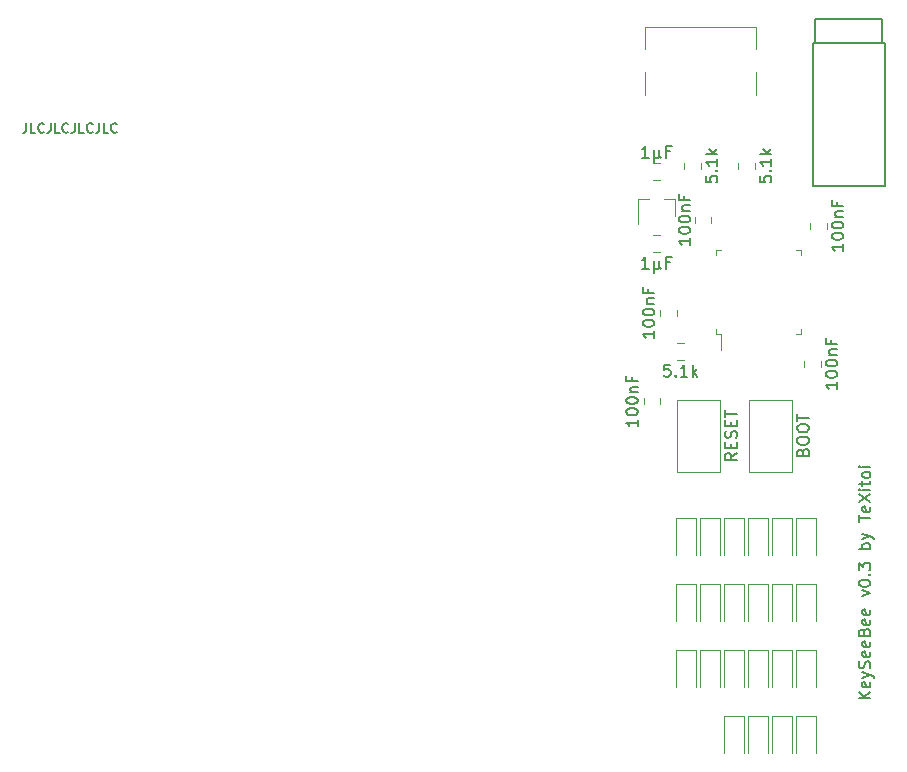
<source format=gto>
G04 #@! TF.GenerationSoftware,KiCad,Pcbnew,5.0.2+dfsg1-1*
G04 #@! TF.CreationDate,2020-12-03T00:07:36+01:00*
G04 #@! TF.ProjectId,left,6c656674-2e6b-4696-9361-645f70636258,rev?*
G04 #@! TF.SameCoordinates,Original*
G04 #@! TF.FileFunction,Legend,Top*
G04 #@! TF.FilePolarity,Positive*
%FSLAX46Y46*%
G04 Gerber Fmt 4.6, Leading zero omitted, Abs format (unit mm)*
G04 Created by KiCad (PCBNEW 5.0.2+dfsg1-1) date jeu. 03 déc. 2020 00:07:36 CET*
%MOMM*%
%LPD*%
G01*
G04 APERTURE LIST*
%ADD10C,0.200000*%
%ADD11C,0.150000*%
%ADD12C,0.120000*%
%ADD13C,4.000000*%
%ADD14C,1.900000*%
%ADD15C,1.700000*%
%ADD16C,0.800000*%
%ADD17O,1.000000X1.400000*%
%ADD18R,1.500000X1.500000*%
%ADD19C,0.100000*%
%ADD20C,1.150000*%
%ADD21R,1.000000X1.000000*%
%ADD22R,1.300000X0.250000*%
%ADD23R,0.250000X1.300000*%
%ADD24R,0.800000X0.900000*%
%ADD25R,0.600000X1.450000*%
%ADD26R,0.300000X1.450000*%
%ADD27O,1.000000X2.100000*%
%ADD28C,0.650000*%
%ADD29O,1.000000X1.600000*%
G04 APERTURE END LIST*
D10*
X167754761Y-55060904D02*
X167754761Y-55632333D01*
X167716666Y-55746619D01*
X167640476Y-55822809D01*
X167526190Y-55860904D01*
X167450000Y-55860904D01*
X168516666Y-55860904D02*
X168135714Y-55860904D01*
X168135714Y-55060904D01*
X169240476Y-55784714D02*
X169202380Y-55822809D01*
X169088095Y-55860904D01*
X169011904Y-55860904D01*
X168897619Y-55822809D01*
X168821428Y-55746619D01*
X168783333Y-55670428D01*
X168745238Y-55518047D01*
X168745238Y-55403761D01*
X168783333Y-55251380D01*
X168821428Y-55175190D01*
X168897619Y-55099000D01*
X169011904Y-55060904D01*
X169088095Y-55060904D01*
X169202380Y-55099000D01*
X169240476Y-55137095D01*
X169811904Y-55060904D02*
X169811904Y-55632333D01*
X169773809Y-55746619D01*
X169697619Y-55822809D01*
X169583333Y-55860904D01*
X169507142Y-55860904D01*
X170573809Y-55860904D02*
X170192857Y-55860904D01*
X170192857Y-55060904D01*
X171297619Y-55784714D02*
X171259523Y-55822809D01*
X171145238Y-55860904D01*
X171069047Y-55860904D01*
X170954761Y-55822809D01*
X170878571Y-55746619D01*
X170840476Y-55670428D01*
X170802380Y-55518047D01*
X170802380Y-55403761D01*
X170840476Y-55251380D01*
X170878571Y-55175190D01*
X170954761Y-55099000D01*
X171069047Y-55060904D01*
X171145238Y-55060904D01*
X171259523Y-55099000D01*
X171297619Y-55137095D01*
X171869047Y-55060904D02*
X171869047Y-55632333D01*
X171830952Y-55746619D01*
X171754761Y-55822809D01*
X171640476Y-55860904D01*
X171564285Y-55860904D01*
X172630952Y-55860904D02*
X172250000Y-55860904D01*
X172250000Y-55060904D01*
X173354761Y-55784714D02*
X173316666Y-55822809D01*
X173202380Y-55860904D01*
X173126190Y-55860904D01*
X173011904Y-55822809D01*
X172935714Y-55746619D01*
X172897619Y-55670428D01*
X172859523Y-55518047D01*
X172859523Y-55403761D01*
X172897619Y-55251380D01*
X172935714Y-55175190D01*
X173011904Y-55099000D01*
X173126190Y-55060904D01*
X173202380Y-55060904D01*
X173316666Y-55099000D01*
X173354761Y-55137095D01*
X173926190Y-55060904D02*
X173926190Y-55632333D01*
X173888095Y-55746619D01*
X173811904Y-55822809D01*
X173697619Y-55860904D01*
X173621428Y-55860904D01*
X174688095Y-55860904D02*
X174307142Y-55860904D01*
X174307142Y-55060904D01*
X175411904Y-55784714D02*
X175373809Y-55822809D01*
X175259523Y-55860904D01*
X175183333Y-55860904D01*
X175069047Y-55822809D01*
X174992857Y-55746619D01*
X174954761Y-55670428D01*
X174916666Y-55518047D01*
X174916666Y-55403761D01*
X174954761Y-55251380D01*
X174992857Y-55175190D01*
X175069047Y-55099000D01*
X175183333Y-55060904D01*
X175259523Y-55060904D01*
X175373809Y-55099000D01*
X175411904Y-55137095D01*
X239212380Y-103771904D02*
X238212380Y-103771904D01*
X239212380Y-103200476D02*
X238640952Y-103629047D01*
X238212380Y-103200476D02*
X238783809Y-103771904D01*
X239164761Y-102390952D02*
X239212380Y-102486190D01*
X239212380Y-102676666D01*
X239164761Y-102771904D01*
X239069523Y-102819523D01*
X238688571Y-102819523D01*
X238593333Y-102771904D01*
X238545714Y-102676666D01*
X238545714Y-102486190D01*
X238593333Y-102390952D01*
X238688571Y-102343333D01*
X238783809Y-102343333D01*
X238879047Y-102819523D01*
X238545714Y-102010000D02*
X239212380Y-101771904D01*
X238545714Y-101533809D02*
X239212380Y-101771904D01*
X239450476Y-101867142D01*
X239498095Y-101914761D01*
X239545714Y-102010000D01*
X239164761Y-101200476D02*
X239212380Y-101057619D01*
X239212380Y-100819523D01*
X239164761Y-100724285D01*
X239117142Y-100676666D01*
X239021904Y-100629047D01*
X238926666Y-100629047D01*
X238831428Y-100676666D01*
X238783809Y-100724285D01*
X238736190Y-100819523D01*
X238688571Y-101010000D01*
X238640952Y-101105238D01*
X238593333Y-101152857D01*
X238498095Y-101200476D01*
X238402857Y-101200476D01*
X238307619Y-101152857D01*
X238260000Y-101105238D01*
X238212380Y-101010000D01*
X238212380Y-100771904D01*
X238260000Y-100629047D01*
X239164761Y-99819523D02*
X239212380Y-99914761D01*
X239212380Y-100105238D01*
X239164761Y-100200476D01*
X239069523Y-100248095D01*
X238688571Y-100248095D01*
X238593333Y-100200476D01*
X238545714Y-100105238D01*
X238545714Y-99914761D01*
X238593333Y-99819523D01*
X238688571Y-99771904D01*
X238783809Y-99771904D01*
X238879047Y-100248095D01*
X239164761Y-98962380D02*
X239212380Y-99057619D01*
X239212380Y-99248095D01*
X239164761Y-99343333D01*
X239069523Y-99390952D01*
X238688571Y-99390952D01*
X238593333Y-99343333D01*
X238545714Y-99248095D01*
X238545714Y-99057619D01*
X238593333Y-98962380D01*
X238688571Y-98914761D01*
X238783809Y-98914761D01*
X238879047Y-99390952D01*
X238688571Y-98152857D02*
X238736190Y-98010000D01*
X238783809Y-97962380D01*
X238879047Y-97914761D01*
X239021904Y-97914761D01*
X239117142Y-97962380D01*
X239164761Y-98010000D01*
X239212380Y-98105238D01*
X239212380Y-98486190D01*
X238212380Y-98486190D01*
X238212380Y-98152857D01*
X238260000Y-98057619D01*
X238307619Y-98010000D01*
X238402857Y-97962380D01*
X238498095Y-97962380D01*
X238593333Y-98010000D01*
X238640952Y-98057619D01*
X238688571Y-98152857D01*
X238688571Y-98486190D01*
X239164761Y-97105238D02*
X239212380Y-97200476D01*
X239212380Y-97390952D01*
X239164761Y-97486190D01*
X239069523Y-97533809D01*
X238688571Y-97533809D01*
X238593333Y-97486190D01*
X238545714Y-97390952D01*
X238545714Y-97200476D01*
X238593333Y-97105238D01*
X238688571Y-97057619D01*
X238783809Y-97057619D01*
X238879047Y-97533809D01*
X239164761Y-96248095D02*
X239212380Y-96343333D01*
X239212380Y-96533809D01*
X239164761Y-96629047D01*
X239069523Y-96676666D01*
X238688571Y-96676666D01*
X238593333Y-96629047D01*
X238545714Y-96533809D01*
X238545714Y-96343333D01*
X238593333Y-96248095D01*
X238688571Y-96200476D01*
X238783809Y-96200476D01*
X238879047Y-96676666D01*
X238545714Y-95105238D02*
X239212380Y-94867142D01*
X238545714Y-94629047D01*
X238212380Y-94057619D02*
X238212380Y-93962380D01*
X238260000Y-93867142D01*
X238307619Y-93819523D01*
X238402857Y-93771904D01*
X238593333Y-93724285D01*
X238831428Y-93724285D01*
X239021904Y-93771904D01*
X239117142Y-93819523D01*
X239164761Y-93867142D01*
X239212380Y-93962380D01*
X239212380Y-94057619D01*
X239164761Y-94152857D01*
X239117142Y-94200476D01*
X239021904Y-94248095D01*
X238831428Y-94295714D01*
X238593333Y-94295714D01*
X238402857Y-94248095D01*
X238307619Y-94200476D01*
X238260000Y-94152857D01*
X238212380Y-94057619D01*
X239117142Y-93295714D02*
X239164761Y-93248095D01*
X239212380Y-93295714D01*
X239164761Y-93343333D01*
X239117142Y-93295714D01*
X239212380Y-93295714D01*
X238212380Y-92914761D02*
X238212380Y-92295714D01*
X238593333Y-92629047D01*
X238593333Y-92486190D01*
X238640952Y-92390952D01*
X238688571Y-92343333D01*
X238783809Y-92295714D01*
X239021904Y-92295714D01*
X239117142Y-92343333D01*
X239164761Y-92390952D01*
X239212380Y-92486190D01*
X239212380Y-92771904D01*
X239164761Y-92867142D01*
X239117142Y-92914761D01*
X239212380Y-91105238D02*
X238212380Y-91105238D01*
X238593333Y-91105238D02*
X238545714Y-91010000D01*
X238545714Y-90819523D01*
X238593333Y-90724285D01*
X238640952Y-90676666D01*
X238736190Y-90629047D01*
X239021904Y-90629047D01*
X239117142Y-90676666D01*
X239164761Y-90724285D01*
X239212380Y-90819523D01*
X239212380Y-91010000D01*
X239164761Y-91105238D01*
X238545714Y-90295714D02*
X239212380Y-90057619D01*
X238545714Y-89819523D02*
X239212380Y-90057619D01*
X239450476Y-90152857D01*
X239498095Y-90200476D01*
X239545714Y-90295714D01*
X238212380Y-88819523D02*
X238212380Y-88248095D01*
X239212380Y-88533809D02*
X238212380Y-88533809D01*
X239164761Y-87533809D02*
X239212380Y-87629047D01*
X239212380Y-87819523D01*
X239164761Y-87914761D01*
X239069523Y-87962380D01*
X238688571Y-87962380D01*
X238593333Y-87914761D01*
X238545714Y-87819523D01*
X238545714Y-87629047D01*
X238593333Y-87533809D01*
X238688571Y-87486190D01*
X238783809Y-87486190D01*
X238879047Y-87962380D01*
X238212380Y-87152857D02*
X239212380Y-86486190D01*
X238212380Y-86486190D02*
X239212380Y-87152857D01*
X239212380Y-86105238D02*
X238545714Y-86105238D01*
X238212380Y-86105238D02*
X238260000Y-86152857D01*
X238307619Y-86105238D01*
X238260000Y-86057619D01*
X238212380Y-86105238D01*
X238307619Y-86105238D01*
X238545714Y-85771904D02*
X238545714Y-85390952D01*
X238212380Y-85629047D02*
X239069523Y-85629047D01*
X239164761Y-85581428D01*
X239212380Y-85486190D01*
X239212380Y-85390952D01*
X239212380Y-84914761D02*
X239164761Y-85010000D01*
X239117142Y-85057619D01*
X239021904Y-85105238D01*
X238736190Y-85105238D01*
X238640952Y-85057619D01*
X238593333Y-85010000D01*
X238545714Y-84914761D01*
X238545714Y-84771904D01*
X238593333Y-84676666D01*
X238640952Y-84629047D01*
X238736190Y-84581428D01*
X239021904Y-84581428D01*
X239117142Y-84629047D01*
X239164761Y-84676666D01*
X239212380Y-84771904D01*
X239212380Y-84914761D01*
X239212380Y-84152857D02*
X238545714Y-84152857D01*
X238212380Y-84152857D02*
X238260000Y-84200476D01*
X238307619Y-84152857D01*
X238260000Y-84105238D01*
X238212380Y-84152857D01*
X238307619Y-84152857D01*
D11*
G04 #@! TO.C,J2*
X240163000Y-46260000D02*
X234563000Y-46260000D01*
X234563000Y-48260000D02*
X234563000Y-46260000D01*
X240163000Y-48260000D02*
X240163000Y-46260000D01*
X234313000Y-48260000D02*
X234313000Y-60360000D01*
X240413000Y-48260000D02*
X240413000Y-60360000D01*
X240413000Y-60360000D02*
X234313000Y-60360000D01*
X240413000Y-48260000D02*
X234313000Y-48260000D01*
D12*
G04 #@! TO.C,SW1*
X232609000Y-84594000D02*
X228909000Y-84594000D01*
X232609000Y-78474000D02*
X232609000Y-84594000D01*
X228909000Y-78474000D02*
X232609000Y-78474000D01*
X228909000Y-84594000D02*
X228909000Y-78474000D01*
G04 #@! TO.C,SW2*
X226513000Y-84594000D02*
X222813000Y-84594000D01*
X226513000Y-78474000D02*
X226513000Y-84594000D01*
X222813000Y-78474000D02*
X226513000Y-78474000D01*
X222813000Y-84594000D02*
X222813000Y-78474000D01*
G04 #@! TO.C,C7*
X220845748Y-59892000D02*
X221368252Y-59892000D01*
X220845748Y-58472000D02*
X221368252Y-58472000D01*
G04 #@! TO.C,C5*
X224334000Y-62984748D02*
X224334000Y-63507252D01*
X225754000Y-62984748D02*
X225754000Y-63507252D01*
G04 #@! TO.C,C4*
X221413000Y-70858748D02*
X221413000Y-71381252D01*
X222833000Y-70858748D02*
X222833000Y-71381252D01*
G04 #@! TO.C,C3*
X235025000Y-75699252D02*
X235025000Y-75176748D01*
X233605000Y-75699252D02*
X233605000Y-75176748D01*
G04 #@! TO.C,C6*
X220845748Y-65988000D02*
X221368252Y-65988000D01*
X220845748Y-64568000D02*
X221368252Y-64568000D01*
G04 #@! TO.C,C1*
X221436000Y-78874252D02*
X221436000Y-78351748D01*
X220016000Y-78874252D02*
X220016000Y-78351748D01*
G04 #@! TO.C,C2*
X235533000Y-64015252D02*
X235533000Y-63492748D01*
X234113000Y-64015252D02*
X234113000Y-63492748D01*
G04 #@! TO.C,D16*
X234609440Y-99644927D02*
X234609440Y-102794927D01*
X232909440Y-99644927D02*
X232909440Y-102794927D01*
X234609440Y-99644927D02*
X232909440Y-99644927D01*
G04 #@! TO.C,D14*
X234609440Y-88468927D02*
X234609440Y-91618927D01*
X232909440Y-88468927D02*
X232909440Y-91618927D01*
X234609440Y-88468927D02*
X232909440Y-88468927D01*
G04 #@! TO.C,D12*
X228513440Y-105232927D02*
X228513440Y-108382927D01*
X226813440Y-105232927D02*
X226813440Y-108382927D01*
X228513440Y-105232927D02*
X226813440Y-105232927D01*
G04 #@! TO.C,D11*
X228513440Y-99644927D02*
X228513440Y-102794927D01*
X226813440Y-99644927D02*
X226813440Y-102794927D01*
X228513440Y-99644927D02*
X226813440Y-99644927D01*
G04 #@! TO.C,D10*
X228513440Y-94056927D02*
X228513440Y-97206927D01*
X226813440Y-94056927D02*
X226813440Y-97206927D01*
X228513440Y-94056927D02*
X226813440Y-94056927D01*
G04 #@! TO.C,D9*
X228513440Y-88468927D02*
X228513440Y-91618927D01*
X226813440Y-88468927D02*
X226813440Y-91618927D01*
X228513440Y-88468927D02*
X226813440Y-88468927D01*
G04 #@! TO.C,D7*
X224449440Y-99644927D02*
X224449440Y-102794927D01*
X222749440Y-99644927D02*
X222749440Y-102794927D01*
X224449440Y-99644927D02*
X222749440Y-99644927D01*
G04 #@! TO.C,D6*
X224449440Y-94056927D02*
X224449440Y-97206927D01*
X222749440Y-94056927D02*
X222749440Y-97206927D01*
X224449440Y-94056927D02*
X222749440Y-94056927D01*
G04 #@! TO.C,D5*
X224449440Y-88468927D02*
X224449440Y-91618927D01*
X222749440Y-88468927D02*
X222749440Y-91618927D01*
X224449440Y-88468927D02*
X222749440Y-88468927D01*
G04 #@! TO.C,D36*
X232577440Y-105232927D02*
X232577440Y-108382927D01*
X230877440Y-105232927D02*
X230877440Y-108382927D01*
X232577440Y-105232927D02*
X230877440Y-105232927D01*
G04 #@! TO.C,D15*
X234609440Y-94056927D02*
X234609440Y-97206927D01*
X232909440Y-94056927D02*
X232909440Y-97206927D01*
X234609440Y-94056927D02*
X232909440Y-94056927D01*
G04 #@! TO.C,D35*
X232577440Y-99644927D02*
X232577440Y-102794927D01*
X230877440Y-99644927D02*
X230877440Y-102794927D01*
X232577440Y-99644927D02*
X230877440Y-99644927D01*
G04 #@! TO.C,D34*
X232577440Y-94056927D02*
X232577440Y-97206927D01*
X230877440Y-94056927D02*
X230877440Y-97206927D01*
X232577440Y-94056927D02*
X230877440Y-94056927D01*
G04 #@! TO.C,D33*
X232577440Y-88468927D02*
X232577440Y-91618927D01*
X230877440Y-88468927D02*
X230877440Y-91618927D01*
X232577440Y-88468927D02*
X230877440Y-88468927D01*
G04 #@! TO.C,D26*
X230545440Y-105232927D02*
X230545440Y-108382927D01*
X228845440Y-105232927D02*
X228845440Y-108382927D01*
X230545440Y-105232927D02*
X228845440Y-105232927D01*
G04 #@! TO.C,D25*
X230545440Y-99644927D02*
X230545440Y-102794927D01*
X228845440Y-99644927D02*
X228845440Y-102794927D01*
X230545440Y-99644927D02*
X228845440Y-99644927D01*
G04 #@! TO.C,D24*
X230545440Y-94056927D02*
X230545440Y-97206927D01*
X228845440Y-94056927D02*
X228845440Y-97206927D01*
X230545440Y-94056927D02*
X228845440Y-94056927D01*
G04 #@! TO.C,D23*
X230545440Y-88468927D02*
X230545440Y-91618927D01*
X228845440Y-88468927D02*
X228845440Y-91618927D01*
X230545440Y-88468927D02*
X228845440Y-88468927D01*
G04 #@! TO.C,D21*
X226481440Y-99644927D02*
X226481440Y-102794927D01*
X224781440Y-99644927D02*
X224781440Y-102794927D01*
X226481440Y-99644927D02*
X224781440Y-99644927D01*
G04 #@! TO.C,D20*
X226481440Y-94056927D02*
X226481440Y-97206927D01*
X224781440Y-94056927D02*
X224781440Y-97206927D01*
X226481440Y-94056927D02*
X224781440Y-94056927D01*
G04 #@! TO.C,D19*
X226481440Y-88468927D02*
X226481440Y-91618927D01*
X224781440Y-88468927D02*
X224781440Y-91618927D01*
X226481440Y-88468927D02*
X224781440Y-88468927D01*
G04 #@! TO.C,D17*
X234609440Y-105232927D02*
X234609440Y-108382927D01*
X232909440Y-105232927D02*
X232909440Y-108382927D01*
X234609440Y-105232927D02*
X232909440Y-105232927D01*
G04 #@! TO.C,U1*
X233303000Y-72902000D02*
X233303000Y-72482000D01*
X226183000Y-72902000D02*
X226603000Y-72902000D01*
X226603000Y-72902000D02*
X226603000Y-74282000D01*
X226183000Y-65782000D02*
X226183000Y-66202000D01*
X233303000Y-65782000D02*
X233303000Y-66202000D01*
X226183000Y-72902000D02*
X226183000Y-72482000D01*
X233303000Y-72902000D02*
X232883000Y-72902000D01*
X233303000Y-65782000D02*
X232883000Y-65782000D01*
X226183000Y-65782000D02*
X226603000Y-65782000D01*
G04 #@! TO.C,U2*
X222687000Y-61470000D02*
X222687000Y-62930000D01*
X219527000Y-61470000D02*
X219527000Y-63630000D01*
X219527000Y-61470000D02*
X220457000Y-61470000D01*
X222687000Y-61470000D02*
X221757000Y-61470000D01*
G04 #@! TO.C,R1*
X223391252Y-73712000D02*
X222868748Y-73712000D01*
X223391252Y-75132000D02*
X222868748Y-75132000D01*
G04 #@! TO.C,R6*
X223445000Y-58412748D02*
X223445000Y-58935252D01*
X224865000Y-58412748D02*
X224865000Y-58935252D01*
G04 #@! TO.C,R7*
X228017000Y-58412748D02*
X228017000Y-58935252D01*
X229437000Y-58412748D02*
X229437000Y-58935252D01*
G04 #@! TO.C,J1*
X229490000Y-46900000D02*
X220090000Y-46900000D01*
X220090000Y-52700000D02*
X220090000Y-50700000D01*
X220090000Y-48800000D02*
X220090000Y-46900000D01*
X229490000Y-52700000D02*
X229490000Y-50700000D01*
X229490000Y-48800000D02*
X229490000Y-46900000D01*
G04 #@! TO.C,SW1*
D11*
X233481571Y-82891142D02*
X233529190Y-82748285D01*
X233576809Y-82700666D01*
X233672047Y-82653047D01*
X233814904Y-82653047D01*
X233910142Y-82700666D01*
X233957761Y-82748285D01*
X234005380Y-82843523D01*
X234005380Y-83224476D01*
X233005380Y-83224476D01*
X233005380Y-82891142D01*
X233053000Y-82795904D01*
X233100619Y-82748285D01*
X233195857Y-82700666D01*
X233291095Y-82700666D01*
X233386333Y-82748285D01*
X233433952Y-82795904D01*
X233481571Y-82891142D01*
X233481571Y-83224476D01*
X233005380Y-82034000D02*
X233005380Y-81843523D01*
X233053000Y-81748285D01*
X233148238Y-81653047D01*
X233338714Y-81605428D01*
X233672047Y-81605428D01*
X233862523Y-81653047D01*
X233957761Y-81748285D01*
X234005380Y-81843523D01*
X234005380Y-82034000D01*
X233957761Y-82129238D01*
X233862523Y-82224476D01*
X233672047Y-82272095D01*
X233338714Y-82272095D01*
X233148238Y-82224476D01*
X233053000Y-82129238D01*
X233005380Y-82034000D01*
X233005380Y-80986380D02*
X233005380Y-80795904D01*
X233053000Y-80700666D01*
X233148238Y-80605428D01*
X233338714Y-80557809D01*
X233672047Y-80557809D01*
X233862523Y-80605428D01*
X233957761Y-80700666D01*
X234005380Y-80795904D01*
X234005380Y-80986380D01*
X233957761Y-81081619D01*
X233862523Y-81176857D01*
X233672047Y-81224476D01*
X233338714Y-81224476D01*
X233148238Y-81176857D01*
X233053000Y-81081619D01*
X233005380Y-80986380D01*
X233005380Y-80272095D02*
X233005380Y-79700666D01*
X234005380Y-79986380D02*
X233005380Y-79986380D01*
G04 #@! TO.C,SW2*
X227909380Y-82986380D02*
X227433190Y-83319714D01*
X227909380Y-83557809D02*
X226909380Y-83557809D01*
X226909380Y-83176857D01*
X226957000Y-83081619D01*
X227004619Y-83034000D01*
X227099857Y-82986380D01*
X227242714Y-82986380D01*
X227337952Y-83034000D01*
X227385571Y-83081619D01*
X227433190Y-83176857D01*
X227433190Y-83557809D01*
X227385571Y-82557809D02*
X227385571Y-82224476D01*
X227909380Y-82081619D02*
X227909380Y-82557809D01*
X226909380Y-82557809D01*
X226909380Y-82081619D01*
X227861761Y-81700666D02*
X227909380Y-81557809D01*
X227909380Y-81319714D01*
X227861761Y-81224476D01*
X227814142Y-81176857D01*
X227718904Y-81129238D01*
X227623666Y-81129238D01*
X227528428Y-81176857D01*
X227480809Y-81224476D01*
X227433190Y-81319714D01*
X227385571Y-81510190D01*
X227337952Y-81605428D01*
X227290333Y-81653047D01*
X227195095Y-81700666D01*
X227099857Y-81700666D01*
X227004619Y-81653047D01*
X226957000Y-81605428D01*
X226909380Y-81510190D01*
X226909380Y-81272095D01*
X226957000Y-81129238D01*
X227385571Y-80700666D02*
X227385571Y-80367333D01*
X227909380Y-80224476D02*
X227909380Y-80700666D01*
X226909380Y-80700666D01*
X226909380Y-80224476D01*
X226909380Y-79938761D02*
X226909380Y-79367333D01*
X227909380Y-79653047D02*
X226909380Y-79653047D01*
G04 #@! TO.C,C7*
X220440333Y-57984380D02*
X219868904Y-57984380D01*
X220154619Y-57984380D02*
X220154619Y-56984380D01*
X220059380Y-57127238D01*
X219964142Y-57222476D01*
X219868904Y-57270095D01*
X220868904Y-57317714D02*
X220868904Y-58317714D01*
X221345095Y-57841523D02*
X221392714Y-57936761D01*
X221487952Y-57984380D01*
X220868904Y-57841523D02*
X220916523Y-57936761D01*
X221011761Y-57984380D01*
X221202238Y-57984380D01*
X221297476Y-57936761D01*
X221345095Y-57841523D01*
X221345095Y-57317714D01*
X222249857Y-57460571D02*
X221916523Y-57460571D01*
X221916523Y-57984380D02*
X221916523Y-56984380D01*
X222392714Y-56984380D01*
G04 #@! TO.C,C5*
X223972380Y-64793619D02*
X223972380Y-65365047D01*
X223972380Y-65079333D02*
X222972380Y-65079333D01*
X223115238Y-65174571D01*
X223210476Y-65269809D01*
X223258095Y-65365047D01*
X222972380Y-64174571D02*
X222972380Y-64079333D01*
X223020000Y-63984095D01*
X223067619Y-63936476D01*
X223162857Y-63888857D01*
X223353333Y-63841238D01*
X223591428Y-63841238D01*
X223781904Y-63888857D01*
X223877142Y-63936476D01*
X223924761Y-63984095D01*
X223972380Y-64079333D01*
X223972380Y-64174571D01*
X223924761Y-64269809D01*
X223877142Y-64317428D01*
X223781904Y-64365047D01*
X223591428Y-64412666D01*
X223353333Y-64412666D01*
X223162857Y-64365047D01*
X223067619Y-64317428D01*
X223020000Y-64269809D01*
X222972380Y-64174571D01*
X222972380Y-63222190D02*
X222972380Y-63126952D01*
X223020000Y-63031714D01*
X223067619Y-62984095D01*
X223162857Y-62936476D01*
X223353333Y-62888857D01*
X223591428Y-62888857D01*
X223781904Y-62936476D01*
X223877142Y-62984095D01*
X223924761Y-63031714D01*
X223972380Y-63126952D01*
X223972380Y-63222190D01*
X223924761Y-63317428D01*
X223877142Y-63365047D01*
X223781904Y-63412666D01*
X223591428Y-63460285D01*
X223353333Y-63460285D01*
X223162857Y-63412666D01*
X223067619Y-63365047D01*
X223020000Y-63317428D01*
X222972380Y-63222190D01*
X223305714Y-62460285D02*
X223972380Y-62460285D01*
X223400952Y-62460285D02*
X223353333Y-62412666D01*
X223305714Y-62317428D01*
X223305714Y-62174571D01*
X223353333Y-62079333D01*
X223448571Y-62031714D01*
X223972380Y-62031714D01*
X223448571Y-61222190D02*
X223448571Y-61555523D01*
X223972380Y-61555523D02*
X222972380Y-61555523D01*
X222972380Y-61079333D01*
G04 #@! TO.C,C4*
X220925380Y-72667619D02*
X220925380Y-73239047D01*
X220925380Y-72953333D02*
X219925380Y-72953333D01*
X220068238Y-73048571D01*
X220163476Y-73143809D01*
X220211095Y-73239047D01*
X219925380Y-72048571D02*
X219925380Y-71953333D01*
X219973000Y-71858095D01*
X220020619Y-71810476D01*
X220115857Y-71762857D01*
X220306333Y-71715238D01*
X220544428Y-71715238D01*
X220734904Y-71762857D01*
X220830142Y-71810476D01*
X220877761Y-71858095D01*
X220925380Y-71953333D01*
X220925380Y-72048571D01*
X220877761Y-72143809D01*
X220830142Y-72191428D01*
X220734904Y-72239047D01*
X220544428Y-72286666D01*
X220306333Y-72286666D01*
X220115857Y-72239047D01*
X220020619Y-72191428D01*
X219973000Y-72143809D01*
X219925380Y-72048571D01*
X219925380Y-71096190D02*
X219925380Y-71000952D01*
X219973000Y-70905714D01*
X220020619Y-70858095D01*
X220115857Y-70810476D01*
X220306333Y-70762857D01*
X220544428Y-70762857D01*
X220734904Y-70810476D01*
X220830142Y-70858095D01*
X220877761Y-70905714D01*
X220925380Y-71000952D01*
X220925380Y-71096190D01*
X220877761Y-71191428D01*
X220830142Y-71239047D01*
X220734904Y-71286666D01*
X220544428Y-71334285D01*
X220306333Y-71334285D01*
X220115857Y-71286666D01*
X220020619Y-71239047D01*
X219973000Y-71191428D01*
X219925380Y-71096190D01*
X220258714Y-70334285D02*
X220925380Y-70334285D01*
X220353952Y-70334285D02*
X220306333Y-70286666D01*
X220258714Y-70191428D01*
X220258714Y-70048571D01*
X220306333Y-69953333D01*
X220401571Y-69905714D01*
X220925380Y-69905714D01*
X220401571Y-69096190D02*
X220401571Y-69429523D01*
X220925380Y-69429523D02*
X219925380Y-69429523D01*
X219925380Y-68953333D01*
G04 #@! TO.C,C3*
X236417380Y-76985619D02*
X236417380Y-77557047D01*
X236417380Y-77271333D02*
X235417380Y-77271333D01*
X235560238Y-77366571D01*
X235655476Y-77461809D01*
X235703095Y-77557047D01*
X235417380Y-76366571D02*
X235417380Y-76271333D01*
X235465000Y-76176095D01*
X235512619Y-76128476D01*
X235607857Y-76080857D01*
X235798333Y-76033238D01*
X236036428Y-76033238D01*
X236226904Y-76080857D01*
X236322142Y-76128476D01*
X236369761Y-76176095D01*
X236417380Y-76271333D01*
X236417380Y-76366571D01*
X236369761Y-76461809D01*
X236322142Y-76509428D01*
X236226904Y-76557047D01*
X236036428Y-76604666D01*
X235798333Y-76604666D01*
X235607857Y-76557047D01*
X235512619Y-76509428D01*
X235465000Y-76461809D01*
X235417380Y-76366571D01*
X235417380Y-75414190D02*
X235417380Y-75318952D01*
X235465000Y-75223714D01*
X235512619Y-75176095D01*
X235607857Y-75128476D01*
X235798333Y-75080857D01*
X236036428Y-75080857D01*
X236226904Y-75128476D01*
X236322142Y-75176095D01*
X236369761Y-75223714D01*
X236417380Y-75318952D01*
X236417380Y-75414190D01*
X236369761Y-75509428D01*
X236322142Y-75557047D01*
X236226904Y-75604666D01*
X236036428Y-75652285D01*
X235798333Y-75652285D01*
X235607857Y-75604666D01*
X235512619Y-75557047D01*
X235465000Y-75509428D01*
X235417380Y-75414190D01*
X235750714Y-74652285D02*
X236417380Y-74652285D01*
X235845952Y-74652285D02*
X235798333Y-74604666D01*
X235750714Y-74509428D01*
X235750714Y-74366571D01*
X235798333Y-74271333D01*
X235893571Y-74223714D01*
X236417380Y-74223714D01*
X235893571Y-73414190D02*
X235893571Y-73747523D01*
X236417380Y-73747523D02*
X235417380Y-73747523D01*
X235417380Y-73271333D01*
G04 #@! TO.C,C6*
X220440333Y-67380380D02*
X219868904Y-67380380D01*
X220154619Y-67380380D02*
X220154619Y-66380380D01*
X220059380Y-66523238D01*
X219964142Y-66618476D01*
X219868904Y-66666095D01*
X220868904Y-66713714D02*
X220868904Y-67713714D01*
X221345095Y-67237523D02*
X221392714Y-67332761D01*
X221487952Y-67380380D01*
X220868904Y-67237523D02*
X220916523Y-67332761D01*
X221011761Y-67380380D01*
X221202238Y-67380380D01*
X221297476Y-67332761D01*
X221345095Y-67237523D01*
X221345095Y-66713714D01*
X222249857Y-66856571D02*
X221916523Y-66856571D01*
X221916523Y-67380380D02*
X221916523Y-66380380D01*
X222392714Y-66380380D01*
G04 #@! TO.C,C1*
X219528380Y-80160619D02*
X219528380Y-80732047D01*
X219528380Y-80446333D02*
X218528380Y-80446333D01*
X218671238Y-80541571D01*
X218766476Y-80636809D01*
X218814095Y-80732047D01*
X218528380Y-79541571D02*
X218528380Y-79446333D01*
X218576000Y-79351095D01*
X218623619Y-79303476D01*
X218718857Y-79255857D01*
X218909333Y-79208238D01*
X219147428Y-79208238D01*
X219337904Y-79255857D01*
X219433142Y-79303476D01*
X219480761Y-79351095D01*
X219528380Y-79446333D01*
X219528380Y-79541571D01*
X219480761Y-79636809D01*
X219433142Y-79684428D01*
X219337904Y-79732047D01*
X219147428Y-79779666D01*
X218909333Y-79779666D01*
X218718857Y-79732047D01*
X218623619Y-79684428D01*
X218576000Y-79636809D01*
X218528380Y-79541571D01*
X218528380Y-78589190D02*
X218528380Y-78493952D01*
X218576000Y-78398714D01*
X218623619Y-78351095D01*
X218718857Y-78303476D01*
X218909333Y-78255857D01*
X219147428Y-78255857D01*
X219337904Y-78303476D01*
X219433142Y-78351095D01*
X219480761Y-78398714D01*
X219528380Y-78493952D01*
X219528380Y-78589190D01*
X219480761Y-78684428D01*
X219433142Y-78732047D01*
X219337904Y-78779666D01*
X219147428Y-78827285D01*
X218909333Y-78827285D01*
X218718857Y-78779666D01*
X218623619Y-78732047D01*
X218576000Y-78684428D01*
X218528380Y-78589190D01*
X218861714Y-77827285D02*
X219528380Y-77827285D01*
X218956952Y-77827285D02*
X218909333Y-77779666D01*
X218861714Y-77684428D01*
X218861714Y-77541571D01*
X218909333Y-77446333D01*
X219004571Y-77398714D01*
X219528380Y-77398714D01*
X219004571Y-76589190D02*
X219004571Y-76922523D01*
X219528380Y-76922523D02*
X218528380Y-76922523D01*
X218528380Y-76446333D01*
G04 #@! TO.C,C2*
X236925380Y-65301619D02*
X236925380Y-65873047D01*
X236925380Y-65587333D02*
X235925380Y-65587333D01*
X236068238Y-65682571D01*
X236163476Y-65777809D01*
X236211095Y-65873047D01*
X235925380Y-64682571D02*
X235925380Y-64587333D01*
X235973000Y-64492095D01*
X236020619Y-64444476D01*
X236115857Y-64396857D01*
X236306333Y-64349238D01*
X236544428Y-64349238D01*
X236734904Y-64396857D01*
X236830142Y-64444476D01*
X236877761Y-64492095D01*
X236925380Y-64587333D01*
X236925380Y-64682571D01*
X236877761Y-64777809D01*
X236830142Y-64825428D01*
X236734904Y-64873047D01*
X236544428Y-64920666D01*
X236306333Y-64920666D01*
X236115857Y-64873047D01*
X236020619Y-64825428D01*
X235973000Y-64777809D01*
X235925380Y-64682571D01*
X235925380Y-63730190D02*
X235925380Y-63634952D01*
X235973000Y-63539714D01*
X236020619Y-63492095D01*
X236115857Y-63444476D01*
X236306333Y-63396857D01*
X236544428Y-63396857D01*
X236734904Y-63444476D01*
X236830142Y-63492095D01*
X236877761Y-63539714D01*
X236925380Y-63634952D01*
X236925380Y-63730190D01*
X236877761Y-63825428D01*
X236830142Y-63873047D01*
X236734904Y-63920666D01*
X236544428Y-63968285D01*
X236306333Y-63968285D01*
X236115857Y-63920666D01*
X236020619Y-63873047D01*
X235973000Y-63825428D01*
X235925380Y-63730190D01*
X236258714Y-62968285D02*
X236925380Y-62968285D01*
X236353952Y-62968285D02*
X236306333Y-62920666D01*
X236258714Y-62825428D01*
X236258714Y-62682571D01*
X236306333Y-62587333D01*
X236401571Y-62539714D01*
X236925380Y-62539714D01*
X236401571Y-61730190D02*
X236401571Y-62063523D01*
X236925380Y-62063523D02*
X235925380Y-62063523D01*
X235925380Y-61587333D01*
G04 #@! TO.C,R1*
X222249047Y-75524380D02*
X221772857Y-75524380D01*
X221725238Y-76000571D01*
X221772857Y-75952952D01*
X221868095Y-75905333D01*
X222106190Y-75905333D01*
X222201428Y-75952952D01*
X222249047Y-76000571D01*
X222296666Y-76095809D01*
X222296666Y-76333904D01*
X222249047Y-76429142D01*
X222201428Y-76476761D01*
X222106190Y-76524380D01*
X221868095Y-76524380D01*
X221772857Y-76476761D01*
X221725238Y-76429142D01*
X222725238Y-76429142D02*
X222772857Y-76476761D01*
X222725238Y-76524380D01*
X222677619Y-76476761D01*
X222725238Y-76429142D01*
X222725238Y-76524380D01*
X223725238Y-76524380D02*
X223153809Y-76524380D01*
X223439523Y-76524380D02*
X223439523Y-75524380D01*
X223344285Y-75667238D01*
X223249047Y-75762476D01*
X223153809Y-75810095D01*
X224153809Y-76524380D02*
X224153809Y-75524380D01*
X224249047Y-76143428D02*
X224534761Y-76524380D01*
X224534761Y-75857714D02*
X224153809Y-76238666D01*
G04 #@! TO.C,R6*
X225257380Y-59554952D02*
X225257380Y-60031142D01*
X225733571Y-60078761D01*
X225685952Y-60031142D01*
X225638333Y-59935904D01*
X225638333Y-59697809D01*
X225685952Y-59602571D01*
X225733571Y-59554952D01*
X225828809Y-59507333D01*
X226066904Y-59507333D01*
X226162142Y-59554952D01*
X226209761Y-59602571D01*
X226257380Y-59697809D01*
X226257380Y-59935904D01*
X226209761Y-60031142D01*
X226162142Y-60078761D01*
X226162142Y-59078761D02*
X226209761Y-59031142D01*
X226257380Y-59078761D01*
X226209761Y-59126380D01*
X226162142Y-59078761D01*
X226257380Y-59078761D01*
X226257380Y-58078761D02*
X226257380Y-58650190D01*
X226257380Y-58364476D02*
X225257380Y-58364476D01*
X225400238Y-58459714D01*
X225495476Y-58554952D01*
X225543095Y-58650190D01*
X226257380Y-57650190D02*
X225257380Y-57650190D01*
X225876428Y-57554952D02*
X226257380Y-57269238D01*
X225590714Y-57269238D02*
X225971666Y-57650190D01*
G04 #@! TO.C,R7*
X229829380Y-59554952D02*
X229829380Y-60031142D01*
X230305571Y-60078761D01*
X230257952Y-60031142D01*
X230210333Y-59935904D01*
X230210333Y-59697809D01*
X230257952Y-59602571D01*
X230305571Y-59554952D01*
X230400809Y-59507333D01*
X230638904Y-59507333D01*
X230734142Y-59554952D01*
X230781761Y-59602571D01*
X230829380Y-59697809D01*
X230829380Y-59935904D01*
X230781761Y-60031142D01*
X230734142Y-60078761D01*
X230734142Y-59078761D02*
X230781761Y-59031142D01*
X230829380Y-59078761D01*
X230781761Y-59126380D01*
X230734142Y-59078761D01*
X230829380Y-59078761D01*
X230829380Y-58078761D02*
X230829380Y-58650190D01*
X230829380Y-58364476D02*
X229829380Y-58364476D01*
X229972238Y-58459714D01*
X230067476Y-58554952D01*
X230115095Y-58650190D01*
X230829380Y-57650190D02*
X229829380Y-57650190D01*
X230448428Y-57554952D02*
X230829380Y-57269238D01*
X230162714Y-57269238D02*
X230543666Y-57650190D01*
G04 #@! TD*
%LPC*%
D13*
G04 #@! TO.C,SW15*
X222631000Y-118745000D03*
D14*
X217708861Y-116290912D03*
X227553139Y-121199088D03*
D15*
X227177267Y-121011685D03*
X218084733Y-116478315D03*
G04 #@! TD*
G04 #@! TO.C,SW4*
X109220000Y-85725000D03*
X119380000Y-85725000D03*
D14*
X119800000Y-85725000D03*
X108800000Y-85725000D03*
D13*
X114300000Y-85725000D03*
G04 #@! TD*
G04 #@! TO.C,SW5*
X114300000Y-104775000D03*
D14*
X108800000Y-104775000D03*
X119800000Y-104775000D03*
D15*
X119380000Y-104775000D03*
X109220000Y-104775000D03*
G04 #@! TD*
G04 #@! TO.C,SW7*
X147320000Y-53975000D03*
X157480000Y-53975000D03*
D14*
X157900000Y-53975000D03*
X146900000Y-53975000D03*
D13*
X152400000Y-53975000D03*
G04 #@! TD*
G04 #@! TO.C,SW13*
X209550000Y-75565000D03*
D14*
X204050000Y-75565000D03*
X215050000Y-75565000D03*
D15*
X214630000Y-75565000D03*
X204470000Y-75565000D03*
G04 #@! TD*
G04 #@! TO.C,SW8*
X147320000Y-73025000D03*
X157480000Y-73025000D03*
D14*
X157900000Y-73025000D03*
X146900000Y-73025000D03*
D13*
X152400000Y-73025000D03*
G04 #@! TD*
G04 #@! TO.C,SW9*
X152400000Y-92075000D03*
D14*
X146900000Y-92075000D03*
X157900000Y-92075000D03*
D15*
X157480000Y-92075000D03*
X147320000Y-92075000D03*
G04 #@! TD*
G04 #@! TO.C,SW10*
X156845000Y-111125000D03*
X167005000Y-111125000D03*
D14*
X167425000Y-111125000D03*
X156425000Y-111125000D03*
D13*
X161925000Y-111125000D03*
G04 #@! TD*
G04 #@! TO.C,SW12*
X209550000Y-56515000D03*
D14*
X204050000Y-56515000D03*
X215050000Y-56515000D03*
D15*
X214630000Y-56515000D03*
X204470000Y-56515000D03*
G04 #@! TD*
G04 #@! TO.C,SW14*
X204470000Y-94615000D03*
X214630000Y-94615000D03*
D14*
X215050000Y-94615000D03*
X204050000Y-94615000D03*
D13*
X209550000Y-94615000D03*
G04 #@! TD*
G04 #@! TO.C,SW17*
X133350000Y-64135000D03*
D14*
X127850000Y-64135000D03*
X138850000Y-64135000D03*
D15*
X138430000Y-64135000D03*
X128270000Y-64135000D03*
G04 #@! TD*
G04 #@! TO.C,SW18*
X128270000Y-83185000D03*
X138430000Y-83185000D03*
D14*
X138850000Y-83185000D03*
X127850000Y-83185000D03*
D13*
X133350000Y-83185000D03*
G04 #@! TD*
G04 #@! TO.C,SW19*
X133350000Y-102235000D03*
D14*
X127850000Y-102235000D03*
X138850000Y-102235000D03*
D15*
X138430000Y-102235000D03*
X128270000Y-102235000D03*
G04 #@! TD*
G04 #@! TO.C,SW21*
X166370000Y-51435000D03*
X176530000Y-51435000D03*
D14*
X176950000Y-51435000D03*
X165950000Y-51435000D03*
D13*
X171450000Y-51435000D03*
G04 #@! TD*
G04 #@! TO.C,SW22*
X171450000Y-70485000D03*
D14*
X165950000Y-70485000D03*
X176950000Y-70485000D03*
D15*
X176530000Y-70485000D03*
X166370000Y-70485000D03*
G04 #@! TD*
G04 #@! TO.C,SW23*
X166370000Y-89535000D03*
X176530000Y-89535000D03*
D14*
X176950000Y-89535000D03*
X165950000Y-89535000D03*
D13*
X171450000Y-89535000D03*
G04 #@! TD*
G04 #@! TO.C,SW31*
X190500000Y-53975000D03*
D14*
X185000000Y-53975000D03*
X196000000Y-53975000D03*
D15*
X195580000Y-53975000D03*
X185420000Y-53975000D03*
G04 #@! TD*
G04 #@! TO.C,SW32*
X185420000Y-73025000D03*
X195580000Y-73025000D03*
D14*
X196000000Y-73025000D03*
X185000000Y-73025000D03*
D13*
X190500000Y-73025000D03*
G04 #@! TD*
G04 #@! TO.C,SW33*
X190500000Y-92075000D03*
D14*
X185000000Y-92075000D03*
X196000000Y-92075000D03*
D15*
X195580000Y-92075000D03*
X185420000Y-92075000D03*
G04 #@! TD*
G04 #@! TO.C,SW34*
X194945000Y-113665000D03*
X205105000Y-113665000D03*
D14*
X205525000Y-113665000D03*
X194525000Y-113665000D03*
D13*
X200025000Y-113665000D03*
G04 #@! TD*
G04 #@! TO.C,SW24*
X180975000Y-111125000D03*
D14*
X175475000Y-111125000D03*
X186475000Y-111125000D03*
D15*
X186055000Y-111125000D03*
X175895000Y-111125000D03*
G04 #@! TD*
D13*
G04 #@! TO.C,SW3*
X114300000Y-66675000D03*
D14*
X108800000Y-66675000D03*
X119800000Y-66675000D03*
D15*
X119380000Y-66675000D03*
X109220000Y-66675000D03*
G04 #@! TD*
D16*
G04 #@! TO.C,J2*
X237363000Y-56860000D03*
X237363000Y-49860000D03*
D17*
X239663000Y-51460000D03*
X239663000Y-54460000D03*
X239663000Y-58460000D03*
X235063000Y-59560000D03*
G04 #@! TD*
D18*
G04 #@! TO.C,SW1*
X230759000Y-77634000D03*
X230759000Y-85434000D03*
G04 #@! TD*
G04 #@! TO.C,SW2*
X224663000Y-77634000D03*
X224663000Y-85434000D03*
G04 #@! TD*
D19*
G04 #@! TO.C,C7*
G36*
X222481505Y-58483204D02*
X222505773Y-58486804D01*
X222529572Y-58492765D01*
X222552671Y-58501030D01*
X222574850Y-58511520D01*
X222595893Y-58524132D01*
X222615599Y-58538747D01*
X222633777Y-58555223D01*
X222650253Y-58573401D01*
X222664868Y-58593107D01*
X222677480Y-58614150D01*
X222687970Y-58636329D01*
X222696235Y-58659428D01*
X222702196Y-58683227D01*
X222705796Y-58707495D01*
X222707000Y-58731999D01*
X222707000Y-59632001D01*
X222705796Y-59656505D01*
X222702196Y-59680773D01*
X222696235Y-59704572D01*
X222687970Y-59727671D01*
X222677480Y-59749850D01*
X222664868Y-59770893D01*
X222650253Y-59790599D01*
X222633777Y-59808777D01*
X222615599Y-59825253D01*
X222595893Y-59839868D01*
X222574850Y-59852480D01*
X222552671Y-59862970D01*
X222529572Y-59871235D01*
X222505773Y-59877196D01*
X222481505Y-59880796D01*
X222457001Y-59882000D01*
X221806999Y-59882000D01*
X221782495Y-59880796D01*
X221758227Y-59877196D01*
X221734428Y-59871235D01*
X221711329Y-59862970D01*
X221689150Y-59852480D01*
X221668107Y-59839868D01*
X221648401Y-59825253D01*
X221630223Y-59808777D01*
X221613747Y-59790599D01*
X221599132Y-59770893D01*
X221586520Y-59749850D01*
X221576030Y-59727671D01*
X221567765Y-59704572D01*
X221561804Y-59680773D01*
X221558204Y-59656505D01*
X221557000Y-59632001D01*
X221557000Y-58731999D01*
X221558204Y-58707495D01*
X221561804Y-58683227D01*
X221567765Y-58659428D01*
X221576030Y-58636329D01*
X221586520Y-58614150D01*
X221599132Y-58593107D01*
X221613747Y-58573401D01*
X221630223Y-58555223D01*
X221648401Y-58538747D01*
X221668107Y-58524132D01*
X221689150Y-58511520D01*
X221711329Y-58501030D01*
X221734428Y-58492765D01*
X221758227Y-58486804D01*
X221782495Y-58483204D01*
X221806999Y-58482000D01*
X222457001Y-58482000D01*
X222481505Y-58483204D01*
X222481505Y-58483204D01*
G37*
D20*
X222132000Y-59182000D03*
D19*
G36*
X220431505Y-58483204D02*
X220455773Y-58486804D01*
X220479572Y-58492765D01*
X220502671Y-58501030D01*
X220524850Y-58511520D01*
X220545893Y-58524132D01*
X220565599Y-58538747D01*
X220583777Y-58555223D01*
X220600253Y-58573401D01*
X220614868Y-58593107D01*
X220627480Y-58614150D01*
X220637970Y-58636329D01*
X220646235Y-58659428D01*
X220652196Y-58683227D01*
X220655796Y-58707495D01*
X220657000Y-58731999D01*
X220657000Y-59632001D01*
X220655796Y-59656505D01*
X220652196Y-59680773D01*
X220646235Y-59704572D01*
X220637970Y-59727671D01*
X220627480Y-59749850D01*
X220614868Y-59770893D01*
X220600253Y-59790599D01*
X220583777Y-59808777D01*
X220565599Y-59825253D01*
X220545893Y-59839868D01*
X220524850Y-59852480D01*
X220502671Y-59862970D01*
X220479572Y-59871235D01*
X220455773Y-59877196D01*
X220431505Y-59880796D01*
X220407001Y-59882000D01*
X219756999Y-59882000D01*
X219732495Y-59880796D01*
X219708227Y-59877196D01*
X219684428Y-59871235D01*
X219661329Y-59862970D01*
X219639150Y-59852480D01*
X219618107Y-59839868D01*
X219598401Y-59825253D01*
X219580223Y-59808777D01*
X219563747Y-59790599D01*
X219549132Y-59770893D01*
X219536520Y-59749850D01*
X219526030Y-59727671D01*
X219517765Y-59704572D01*
X219511804Y-59680773D01*
X219508204Y-59656505D01*
X219507000Y-59632001D01*
X219507000Y-58731999D01*
X219508204Y-58707495D01*
X219511804Y-58683227D01*
X219517765Y-58659428D01*
X219526030Y-58636329D01*
X219536520Y-58614150D01*
X219549132Y-58593107D01*
X219563747Y-58573401D01*
X219580223Y-58555223D01*
X219598401Y-58538747D01*
X219618107Y-58524132D01*
X219639150Y-58511520D01*
X219661329Y-58501030D01*
X219684428Y-58492765D01*
X219708227Y-58486804D01*
X219732495Y-58483204D01*
X219756999Y-58482000D01*
X220407001Y-58482000D01*
X220431505Y-58483204D01*
X220431505Y-58483204D01*
G37*
D20*
X220082000Y-59182000D03*
G04 #@! TD*
D19*
G04 #@! TO.C,C5*
G36*
X225518505Y-63697204D02*
X225542773Y-63700804D01*
X225566572Y-63706765D01*
X225589671Y-63715030D01*
X225611850Y-63725520D01*
X225632893Y-63738132D01*
X225652599Y-63752747D01*
X225670777Y-63769223D01*
X225687253Y-63787401D01*
X225701868Y-63807107D01*
X225714480Y-63828150D01*
X225724970Y-63850329D01*
X225733235Y-63873428D01*
X225739196Y-63897227D01*
X225742796Y-63921495D01*
X225744000Y-63945999D01*
X225744000Y-64596001D01*
X225742796Y-64620505D01*
X225739196Y-64644773D01*
X225733235Y-64668572D01*
X225724970Y-64691671D01*
X225714480Y-64713850D01*
X225701868Y-64734893D01*
X225687253Y-64754599D01*
X225670777Y-64772777D01*
X225652599Y-64789253D01*
X225632893Y-64803868D01*
X225611850Y-64816480D01*
X225589671Y-64826970D01*
X225566572Y-64835235D01*
X225542773Y-64841196D01*
X225518505Y-64844796D01*
X225494001Y-64846000D01*
X224593999Y-64846000D01*
X224569495Y-64844796D01*
X224545227Y-64841196D01*
X224521428Y-64835235D01*
X224498329Y-64826970D01*
X224476150Y-64816480D01*
X224455107Y-64803868D01*
X224435401Y-64789253D01*
X224417223Y-64772777D01*
X224400747Y-64754599D01*
X224386132Y-64734893D01*
X224373520Y-64713850D01*
X224363030Y-64691671D01*
X224354765Y-64668572D01*
X224348804Y-64644773D01*
X224345204Y-64620505D01*
X224344000Y-64596001D01*
X224344000Y-63945999D01*
X224345204Y-63921495D01*
X224348804Y-63897227D01*
X224354765Y-63873428D01*
X224363030Y-63850329D01*
X224373520Y-63828150D01*
X224386132Y-63807107D01*
X224400747Y-63787401D01*
X224417223Y-63769223D01*
X224435401Y-63752747D01*
X224455107Y-63738132D01*
X224476150Y-63725520D01*
X224498329Y-63715030D01*
X224521428Y-63706765D01*
X224545227Y-63700804D01*
X224569495Y-63697204D01*
X224593999Y-63696000D01*
X225494001Y-63696000D01*
X225518505Y-63697204D01*
X225518505Y-63697204D01*
G37*
D20*
X225044000Y-64271000D03*
D19*
G36*
X225518505Y-61647204D02*
X225542773Y-61650804D01*
X225566572Y-61656765D01*
X225589671Y-61665030D01*
X225611850Y-61675520D01*
X225632893Y-61688132D01*
X225652599Y-61702747D01*
X225670777Y-61719223D01*
X225687253Y-61737401D01*
X225701868Y-61757107D01*
X225714480Y-61778150D01*
X225724970Y-61800329D01*
X225733235Y-61823428D01*
X225739196Y-61847227D01*
X225742796Y-61871495D01*
X225744000Y-61895999D01*
X225744000Y-62546001D01*
X225742796Y-62570505D01*
X225739196Y-62594773D01*
X225733235Y-62618572D01*
X225724970Y-62641671D01*
X225714480Y-62663850D01*
X225701868Y-62684893D01*
X225687253Y-62704599D01*
X225670777Y-62722777D01*
X225652599Y-62739253D01*
X225632893Y-62753868D01*
X225611850Y-62766480D01*
X225589671Y-62776970D01*
X225566572Y-62785235D01*
X225542773Y-62791196D01*
X225518505Y-62794796D01*
X225494001Y-62796000D01*
X224593999Y-62796000D01*
X224569495Y-62794796D01*
X224545227Y-62791196D01*
X224521428Y-62785235D01*
X224498329Y-62776970D01*
X224476150Y-62766480D01*
X224455107Y-62753868D01*
X224435401Y-62739253D01*
X224417223Y-62722777D01*
X224400747Y-62704599D01*
X224386132Y-62684893D01*
X224373520Y-62663850D01*
X224363030Y-62641671D01*
X224354765Y-62618572D01*
X224348804Y-62594773D01*
X224345204Y-62570505D01*
X224344000Y-62546001D01*
X224344000Y-61895999D01*
X224345204Y-61871495D01*
X224348804Y-61847227D01*
X224354765Y-61823428D01*
X224363030Y-61800329D01*
X224373520Y-61778150D01*
X224386132Y-61757107D01*
X224400747Y-61737401D01*
X224417223Y-61719223D01*
X224435401Y-61702747D01*
X224455107Y-61688132D01*
X224476150Y-61675520D01*
X224498329Y-61665030D01*
X224521428Y-61656765D01*
X224545227Y-61650804D01*
X224569495Y-61647204D01*
X224593999Y-61646000D01*
X225494001Y-61646000D01*
X225518505Y-61647204D01*
X225518505Y-61647204D01*
G37*
D20*
X225044000Y-62221000D03*
G04 #@! TD*
D19*
G04 #@! TO.C,C4*
G36*
X222597505Y-71571204D02*
X222621773Y-71574804D01*
X222645572Y-71580765D01*
X222668671Y-71589030D01*
X222690850Y-71599520D01*
X222711893Y-71612132D01*
X222731599Y-71626747D01*
X222749777Y-71643223D01*
X222766253Y-71661401D01*
X222780868Y-71681107D01*
X222793480Y-71702150D01*
X222803970Y-71724329D01*
X222812235Y-71747428D01*
X222818196Y-71771227D01*
X222821796Y-71795495D01*
X222823000Y-71819999D01*
X222823000Y-72470001D01*
X222821796Y-72494505D01*
X222818196Y-72518773D01*
X222812235Y-72542572D01*
X222803970Y-72565671D01*
X222793480Y-72587850D01*
X222780868Y-72608893D01*
X222766253Y-72628599D01*
X222749777Y-72646777D01*
X222731599Y-72663253D01*
X222711893Y-72677868D01*
X222690850Y-72690480D01*
X222668671Y-72700970D01*
X222645572Y-72709235D01*
X222621773Y-72715196D01*
X222597505Y-72718796D01*
X222573001Y-72720000D01*
X221672999Y-72720000D01*
X221648495Y-72718796D01*
X221624227Y-72715196D01*
X221600428Y-72709235D01*
X221577329Y-72700970D01*
X221555150Y-72690480D01*
X221534107Y-72677868D01*
X221514401Y-72663253D01*
X221496223Y-72646777D01*
X221479747Y-72628599D01*
X221465132Y-72608893D01*
X221452520Y-72587850D01*
X221442030Y-72565671D01*
X221433765Y-72542572D01*
X221427804Y-72518773D01*
X221424204Y-72494505D01*
X221423000Y-72470001D01*
X221423000Y-71819999D01*
X221424204Y-71795495D01*
X221427804Y-71771227D01*
X221433765Y-71747428D01*
X221442030Y-71724329D01*
X221452520Y-71702150D01*
X221465132Y-71681107D01*
X221479747Y-71661401D01*
X221496223Y-71643223D01*
X221514401Y-71626747D01*
X221534107Y-71612132D01*
X221555150Y-71599520D01*
X221577329Y-71589030D01*
X221600428Y-71580765D01*
X221624227Y-71574804D01*
X221648495Y-71571204D01*
X221672999Y-71570000D01*
X222573001Y-71570000D01*
X222597505Y-71571204D01*
X222597505Y-71571204D01*
G37*
D20*
X222123000Y-72145000D03*
D19*
G36*
X222597505Y-69521204D02*
X222621773Y-69524804D01*
X222645572Y-69530765D01*
X222668671Y-69539030D01*
X222690850Y-69549520D01*
X222711893Y-69562132D01*
X222731599Y-69576747D01*
X222749777Y-69593223D01*
X222766253Y-69611401D01*
X222780868Y-69631107D01*
X222793480Y-69652150D01*
X222803970Y-69674329D01*
X222812235Y-69697428D01*
X222818196Y-69721227D01*
X222821796Y-69745495D01*
X222823000Y-69769999D01*
X222823000Y-70420001D01*
X222821796Y-70444505D01*
X222818196Y-70468773D01*
X222812235Y-70492572D01*
X222803970Y-70515671D01*
X222793480Y-70537850D01*
X222780868Y-70558893D01*
X222766253Y-70578599D01*
X222749777Y-70596777D01*
X222731599Y-70613253D01*
X222711893Y-70627868D01*
X222690850Y-70640480D01*
X222668671Y-70650970D01*
X222645572Y-70659235D01*
X222621773Y-70665196D01*
X222597505Y-70668796D01*
X222573001Y-70670000D01*
X221672999Y-70670000D01*
X221648495Y-70668796D01*
X221624227Y-70665196D01*
X221600428Y-70659235D01*
X221577329Y-70650970D01*
X221555150Y-70640480D01*
X221534107Y-70627868D01*
X221514401Y-70613253D01*
X221496223Y-70596777D01*
X221479747Y-70578599D01*
X221465132Y-70558893D01*
X221452520Y-70537850D01*
X221442030Y-70515671D01*
X221433765Y-70492572D01*
X221427804Y-70468773D01*
X221424204Y-70444505D01*
X221423000Y-70420001D01*
X221423000Y-69769999D01*
X221424204Y-69745495D01*
X221427804Y-69721227D01*
X221433765Y-69697428D01*
X221442030Y-69674329D01*
X221452520Y-69652150D01*
X221465132Y-69631107D01*
X221479747Y-69611401D01*
X221496223Y-69593223D01*
X221514401Y-69576747D01*
X221534107Y-69562132D01*
X221555150Y-69549520D01*
X221577329Y-69539030D01*
X221600428Y-69530765D01*
X221624227Y-69524804D01*
X221648495Y-69521204D01*
X221672999Y-69520000D01*
X222573001Y-69520000D01*
X222597505Y-69521204D01*
X222597505Y-69521204D01*
G37*
D20*
X222123000Y-70095000D03*
G04 #@! TD*
D19*
G04 #@! TO.C,C3*
G36*
X234789505Y-73839204D02*
X234813773Y-73842804D01*
X234837572Y-73848765D01*
X234860671Y-73857030D01*
X234882850Y-73867520D01*
X234903893Y-73880132D01*
X234923599Y-73894747D01*
X234941777Y-73911223D01*
X234958253Y-73929401D01*
X234972868Y-73949107D01*
X234985480Y-73970150D01*
X234995970Y-73992329D01*
X235004235Y-74015428D01*
X235010196Y-74039227D01*
X235013796Y-74063495D01*
X235015000Y-74087999D01*
X235015000Y-74738001D01*
X235013796Y-74762505D01*
X235010196Y-74786773D01*
X235004235Y-74810572D01*
X234995970Y-74833671D01*
X234985480Y-74855850D01*
X234972868Y-74876893D01*
X234958253Y-74896599D01*
X234941777Y-74914777D01*
X234923599Y-74931253D01*
X234903893Y-74945868D01*
X234882850Y-74958480D01*
X234860671Y-74968970D01*
X234837572Y-74977235D01*
X234813773Y-74983196D01*
X234789505Y-74986796D01*
X234765001Y-74988000D01*
X233864999Y-74988000D01*
X233840495Y-74986796D01*
X233816227Y-74983196D01*
X233792428Y-74977235D01*
X233769329Y-74968970D01*
X233747150Y-74958480D01*
X233726107Y-74945868D01*
X233706401Y-74931253D01*
X233688223Y-74914777D01*
X233671747Y-74896599D01*
X233657132Y-74876893D01*
X233644520Y-74855850D01*
X233634030Y-74833671D01*
X233625765Y-74810572D01*
X233619804Y-74786773D01*
X233616204Y-74762505D01*
X233615000Y-74738001D01*
X233615000Y-74087999D01*
X233616204Y-74063495D01*
X233619804Y-74039227D01*
X233625765Y-74015428D01*
X233634030Y-73992329D01*
X233644520Y-73970150D01*
X233657132Y-73949107D01*
X233671747Y-73929401D01*
X233688223Y-73911223D01*
X233706401Y-73894747D01*
X233726107Y-73880132D01*
X233747150Y-73867520D01*
X233769329Y-73857030D01*
X233792428Y-73848765D01*
X233816227Y-73842804D01*
X233840495Y-73839204D01*
X233864999Y-73838000D01*
X234765001Y-73838000D01*
X234789505Y-73839204D01*
X234789505Y-73839204D01*
G37*
D20*
X234315000Y-74413000D03*
D19*
G36*
X234789505Y-75889204D02*
X234813773Y-75892804D01*
X234837572Y-75898765D01*
X234860671Y-75907030D01*
X234882850Y-75917520D01*
X234903893Y-75930132D01*
X234923599Y-75944747D01*
X234941777Y-75961223D01*
X234958253Y-75979401D01*
X234972868Y-75999107D01*
X234985480Y-76020150D01*
X234995970Y-76042329D01*
X235004235Y-76065428D01*
X235010196Y-76089227D01*
X235013796Y-76113495D01*
X235015000Y-76137999D01*
X235015000Y-76788001D01*
X235013796Y-76812505D01*
X235010196Y-76836773D01*
X235004235Y-76860572D01*
X234995970Y-76883671D01*
X234985480Y-76905850D01*
X234972868Y-76926893D01*
X234958253Y-76946599D01*
X234941777Y-76964777D01*
X234923599Y-76981253D01*
X234903893Y-76995868D01*
X234882850Y-77008480D01*
X234860671Y-77018970D01*
X234837572Y-77027235D01*
X234813773Y-77033196D01*
X234789505Y-77036796D01*
X234765001Y-77038000D01*
X233864999Y-77038000D01*
X233840495Y-77036796D01*
X233816227Y-77033196D01*
X233792428Y-77027235D01*
X233769329Y-77018970D01*
X233747150Y-77008480D01*
X233726107Y-76995868D01*
X233706401Y-76981253D01*
X233688223Y-76964777D01*
X233671747Y-76946599D01*
X233657132Y-76926893D01*
X233644520Y-76905850D01*
X233634030Y-76883671D01*
X233625765Y-76860572D01*
X233619804Y-76836773D01*
X233616204Y-76812505D01*
X233615000Y-76788001D01*
X233615000Y-76137999D01*
X233616204Y-76113495D01*
X233619804Y-76089227D01*
X233625765Y-76065428D01*
X233634030Y-76042329D01*
X233644520Y-76020150D01*
X233657132Y-75999107D01*
X233671747Y-75979401D01*
X233688223Y-75961223D01*
X233706401Y-75944747D01*
X233726107Y-75930132D01*
X233747150Y-75917520D01*
X233769329Y-75907030D01*
X233792428Y-75898765D01*
X233816227Y-75892804D01*
X233840495Y-75889204D01*
X233864999Y-75888000D01*
X234765001Y-75888000D01*
X234789505Y-75889204D01*
X234789505Y-75889204D01*
G37*
D20*
X234315000Y-76463000D03*
G04 #@! TD*
D19*
G04 #@! TO.C,C6*
G36*
X222481505Y-64579204D02*
X222505773Y-64582804D01*
X222529572Y-64588765D01*
X222552671Y-64597030D01*
X222574850Y-64607520D01*
X222595893Y-64620132D01*
X222615599Y-64634747D01*
X222633777Y-64651223D01*
X222650253Y-64669401D01*
X222664868Y-64689107D01*
X222677480Y-64710150D01*
X222687970Y-64732329D01*
X222696235Y-64755428D01*
X222702196Y-64779227D01*
X222705796Y-64803495D01*
X222707000Y-64827999D01*
X222707000Y-65728001D01*
X222705796Y-65752505D01*
X222702196Y-65776773D01*
X222696235Y-65800572D01*
X222687970Y-65823671D01*
X222677480Y-65845850D01*
X222664868Y-65866893D01*
X222650253Y-65886599D01*
X222633777Y-65904777D01*
X222615599Y-65921253D01*
X222595893Y-65935868D01*
X222574850Y-65948480D01*
X222552671Y-65958970D01*
X222529572Y-65967235D01*
X222505773Y-65973196D01*
X222481505Y-65976796D01*
X222457001Y-65978000D01*
X221806999Y-65978000D01*
X221782495Y-65976796D01*
X221758227Y-65973196D01*
X221734428Y-65967235D01*
X221711329Y-65958970D01*
X221689150Y-65948480D01*
X221668107Y-65935868D01*
X221648401Y-65921253D01*
X221630223Y-65904777D01*
X221613747Y-65886599D01*
X221599132Y-65866893D01*
X221586520Y-65845850D01*
X221576030Y-65823671D01*
X221567765Y-65800572D01*
X221561804Y-65776773D01*
X221558204Y-65752505D01*
X221557000Y-65728001D01*
X221557000Y-64827999D01*
X221558204Y-64803495D01*
X221561804Y-64779227D01*
X221567765Y-64755428D01*
X221576030Y-64732329D01*
X221586520Y-64710150D01*
X221599132Y-64689107D01*
X221613747Y-64669401D01*
X221630223Y-64651223D01*
X221648401Y-64634747D01*
X221668107Y-64620132D01*
X221689150Y-64607520D01*
X221711329Y-64597030D01*
X221734428Y-64588765D01*
X221758227Y-64582804D01*
X221782495Y-64579204D01*
X221806999Y-64578000D01*
X222457001Y-64578000D01*
X222481505Y-64579204D01*
X222481505Y-64579204D01*
G37*
D20*
X222132000Y-65278000D03*
D19*
G36*
X220431505Y-64579204D02*
X220455773Y-64582804D01*
X220479572Y-64588765D01*
X220502671Y-64597030D01*
X220524850Y-64607520D01*
X220545893Y-64620132D01*
X220565599Y-64634747D01*
X220583777Y-64651223D01*
X220600253Y-64669401D01*
X220614868Y-64689107D01*
X220627480Y-64710150D01*
X220637970Y-64732329D01*
X220646235Y-64755428D01*
X220652196Y-64779227D01*
X220655796Y-64803495D01*
X220657000Y-64827999D01*
X220657000Y-65728001D01*
X220655796Y-65752505D01*
X220652196Y-65776773D01*
X220646235Y-65800572D01*
X220637970Y-65823671D01*
X220627480Y-65845850D01*
X220614868Y-65866893D01*
X220600253Y-65886599D01*
X220583777Y-65904777D01*
X220565599Y-65921253D01*
X220545893Y-65935868D01*
X220524850Y-65948480D01*
X220502671Y-65958970D01*
X220479572Y-65967235D01*
X220455773Y-65973196D01*
X220431505Y-65976796D01*
X220407001Y-65978000D01*
X219756999Y-65978000D01*
X219732495Y-65976796D01*
X219708227Y-65973196D01*
X219684428Y-65967235D01*
X219661329Y-65958970D01*
X219639150Y-65948480D01*
X219618107Y-65935868D01*
X219598401Y-65921253D01*
X219580223Y-65904777D01*
X219563747Y-65886599D01*
X219549132Y-65866893D01*
X219536520Y-65845850D01*
X219526030Y-65823671D01*
X219517765Y-65800572D01*
X219511804Y-65776773D01*
X219508204Y-65752505D01*
X219507000Y-65728001D01*
X219507000Y-64827999D01*
X219508204Y-64803495D01*
X219511804Y-64779227D01*
X219517765Y-64755428D01*
X219526030Y-64732329D01*
X219536520Y-64710150D01*
X219549132Y-64689107D01*
X219563747Y-64669401D01*
X219580223Y-64651223D01*
X219598401Y-64634747D01*
X219618107Y-64620132D01*
X219639150Y-64607520D01*
X219661329Y-64597030D01*
X219684428Y-64588765D01*
X219708227Y-64582804D01*
X219732495Y-64579204D01*
X219756999Y-64578000D01*
X220407001Y-64578000D01*
X220431505Y-64579204D01*
X220431505Y-64579204D01*
G37*
D20*
X220082000Y-65278000D03*
G04 #@! TD*
D19*
G04 #@! TO.C,C1*
G36*
X221200505Y-77014204D02*
X221224773Y-77017804D01*
X221248572Y-77023765D01*
X221271671Y-77032030D01*
X221293850Y-77042520D01*
X221314893Y-77055132D01*
X221334599Y-77069747D01*
X221352777Y-77086223D01*
X221369253Y-77104401D01*
X221383868Y-77124107D01*
X221396480Y-77145150D01*
X221406970Y-77167329D01*
X221415235Y-77190428D01*
X221421196Y-77214227D01*
X221424796Y-77238495D01*
X221426000Y-77262999D01*
X221426000Y-77913001D01*
X221424796Y-77937505D01*
X221421196Y-77961773D01*
X221415235Y-77985572D01*
X221406970Y-78008671D01*
X221396480Y-78030850D01*
X221383868Y-78051893D01*
X221369253Y-78071599D01*
X221352777Y-78089777D01*
X221334599Y-78106253D01*
X221314893Y-78120868D01*
X221293850Y-78133480D01*
X221271671Y-78143970D01*
X221248572Y-78152235D01*
X221224773Y-78158196D01*
X221200505Y-78161796D01*
X221176001Y-78163000D01*
X220275999Y-78163000D01*
X220251495Y-78161796D01*
X220227227Y-78158196D01*
X220203428Y-78152235D01*
X220180329Y-78143970D01*
X220158150Y-78133480D01*
X220137107Y-78120868D01*
X220117401Y-78106253D01*
X220099223Y-78089777D01*
X220082747Y-78071599D01*
X220068132Y-78051893D01*
X220055520Y-78030850D01*
X220045030Y-78008671D01*
X220036765Y-77985572D01*
X220030804Y-77961773D01*
X220027204Y-77937505D01*
X220026000Y-77913001D01*
X220026000Y-77262999D01*
X220027204Y-77238495D01*
X220030804Y-77214227D01*
X220036765Y-77190428D01*
X220045030Y-77167329D01*
X220055520Y-77145150D01*
X220068132Y-77124107D01*
X220082747Y-77104401D01*
X220099223Y-77086223D01*
X220117401Y-77069747D01*
X220137107Y-77055132D01*
X220158150Y-77042520D01*
X220180329Y-77032030D01*
X220203428Y-77023765D01*
X220227227Y-77017804D01*
X220251495Y-77014204D01*
X220275999Y-77013000D01*
X221176001Y-77013000D01*
X221200505Y-77014204D01*
X221200505Y-77014204D01*
G37*
D20*
X220726000Y-77588000D03*
D19*
G36*
X221200505Y-79064204D02*
X221224773Y-79067804D01*
X221248572Y-79073765D01*
X221271671Y-79082030D01*
X221293850Y-79092520D01*
X221314893Y-79105132D01*
X221334599Y-79119747D01*
X221352777Y-79136223D01*
X221369253Y-79154401D01*
X221383868Y-79174107D01*
X221396480Y-79195150D01*
X221406970Y-79217329D01*
X221415235Y-79240428D01*
X221421196Y-79264227D01*
X221424796Y-79288495D01*
X221426000Y-79312999D01*
X221426000Y-79963001D01*
X221424796Y-79987505D01*
X221421196Y-80011773D01*
X221415235Y-80035572D01*
X221406970Y-80058671D01*
X221396480Y-80080850D01*
X221383868Y-80101893D01*
X221369253Y-80121599D01*
X221352777Y-80139777D01*
X221334599Y-80156253D01*
X221314893Y-80170868D01*
X221293850Y-80183480D01*
X221271671Y-80193970D01*
X221248572Y-80202235D01*
X221224773Y-80208196D01*
X221200505Y-80211796D01*
X221176001Y-80213000D01*
X220275999Y-80213000D01*
X220251495Y-80211796D01*
X220227227Y-80208196D01*
X220203428Y-80202235D01*
X220180329Y-80193970D01*
X220158150Y-80183480D01*
X220137107Y-80170868D01*
X220117401Y-80156253D01*
X220099223Y-80139777D01*
X220082747Y-80121599D01*
X220068132Y-80101893D01*
X220055520Y-80080850D01*
X220045030Y-80058671D01*
X220036765Y-80035572D01*
X220030804Y-80011773D01*
X220027204Y-79987505D01*
X220026000Y-79963001D01*
X220026000Y-79312999D01*
X220027204Y-79288495D01*
X220030804Y-79264227D01*
X220036765Y-79240428D01*
X220045030Y-79217329D01*
X220055520Y-79195150D01*
X220068132Y-79174107D01*
X220082747Y-79154401D01*
X220099223Y-79136223D01*
X220117401Y-79119747D01*
X220137107Y-79105132D01*
X220158150Y-79092520D01*
X220180329Y-79082030D01*
X220203428Y-79073765D01*
X220227227Y-79067804D01*
X220251495Y-79064204D01*
X220275999Y-79063000D01*
X221176001Y-79063000D01*
X221200505Y-79064204D01*
X221200505Y-79064204D01*
G37*
D20*
X220726000Y-79638000D03*
G04 #@! TD*
D19*
G04 #@! TO.C,C2*
G36*
X235297505Y-62155204D02*
X235321773Y-62158804D01*
X235345572Y-62164765D01*
X235368671Y-62173030D01*
X235390850Y-62183520D01*
X235411893Y-62196132D01*
X235431599Y-62210747D01*
X235449777Y-62227223D01*
X235466253Y-62245401D01*
X235480868Y-62265107D01*
X235493480Y-62286150D01*
X235503970Y-62308329D01*
X235512235Y-62331428D01*
X235518196Y-62355227D01*
X235521796Y-62379495D01*
X235523000Y-62403999D01*
X235523000Y-63054001D01*
X235521796Y-63078505D01*
X235518196Y-63102773D01*
X235512235Y-63126572D01*
X235503970Y-63149671D01*
X235493480Y-63171850D01*
X235480868Y-63192893D01*
X235466253Y-63212599D01*
X235449777Y-63230777D01*
X235431599Y-63247253D01*
X235411893Y-63261868D01*
X235390850Y-63274480D01*
X235368671Y-63284970D01*
X235345572Y-63293235D01*
X235321773Y-63299196D01*
X235297505Y-63302796D01*
X235273001Y-63304000D01*
X234372999Y-63304000D01*
X234348495Y-63302796D01*
X234324227Y-63299196D01*
X234300428Y-63293235D01*
X234277329Y-63284970D01*
X234255150Y-63274480D01*
X234234107Y-63261868D01*
X234214401Y-63247253D01*
X234196223Y-63230777D01*
X234179747Y-63212599D01*
X234165132Y-63192893D01*
X234152520Y-63171850D01*
X234142030Y-63149671D01*
X234133765Y-63126572D01*
X234127804Y-63102773D01*
X234124204Y-63078505D01*
X234123000Y-63054001D01*
X234123000Y-62403999D01*
X234124204Y-62379495D01*
X234127804Y-62355227D01*
X234133765Y-62331428D01*
X234142030Y-62308329D01*
X234152520Y-62286150D01*
X234165132Y-62265107D01*
X234179747Y-62245401D01*
X234196223Y-62227223D01*
X234214401Y-62210747D01*
X234234107Y-62196132D01*
X234255150Y-62183520D01*
X234277329Y-62173030D01*
X234300428Y-62164765D01*
X234324227Y-62158804D01*
X234348495Y-62155204D01*
X234372999Y-62154000D01*
X235273001Y-62154000D01*
X235297505Y-62155204D01*
X235297505Y-62155204D01*
G37*
D20*
X234823000Y-62729000D03*
D19*
G36*
X235297505Y-64205204D02*
X235321773Y-64208804D01*
X235345572Y-64214765D01*
X235368671Y-64223030D01*
X235390850Y-64233520D01*
X235411893Y-64246132D01*
X235431599Y-64260747D01*
X235449777Y-64277223D01*
X235466253Y-64295401D01*
X235480868Y-64315107D01*
X235493480Y-64336150D01*
X235503970Y-64358329D01*
X235512235Y-64381428D01*
X235518196Y-64405227D01*
X235521796Y-64429495D01*
X235523000Y-64453999D01*
X235523000Y-65104001D01*
X235521796Y-65128505D01*
X235518196Y-65152773D01*
X235512235Y-65176572D01*
X235503970Y-65199671D01*
X235493480Y-65221850D01*
X235480868Y-65242893D01*
X235466253Y-65262599D01*
X235449777Y-65280777D01*
X235431599Y-65297253D01*
X235411893Y-65311868D01*
X235390850Y-65324480D01*
X235368671Y-65334970D01*
X235345572Y-65343235D01*
X235321773Y-65349196D01*
X235297505Y-65352796D01*
X235273001Y-65354000D01*
X234372999Y-65354000D01*
X234348495Y-65352796D01*
X234324227Y-65349196D01*
X234300428Y-65343235D01*
X234277329Y-65334970D01*
X234255150Y-65324480D01*
X234234107Y-65311868D01*
X234214401Y-65297253D01*
X234196223Y-65280777D01*
X234179747Y-65262599D01*
X234165132Y-65242893D01*
X234152520Y-65221850D01*
X234142030Y-65199671D01*
X234133765Y-65176572D01*
X234127804Y-65152773D01*
X234124204Y-65128505D01*
X234123000Y-65104001D01*
X234123000Y-64453999D01*
X234124204Y-64429495D01*
X234127804Y-64405227D01*
X234133765Y-64381428D01*
X234142030Y-64358329D01*
X234152520Y-64336150D01*
X234165132Y-64315107D01*
X234179747Y-64295401D01*
X234196223Y-64277223D01*
X234214401Y-64260747D01*
X234234107Y-64246132D01*
X234255150Y-64233520D01*
X234277329Y-64223030D01*
X234300428Y-64214765D01*
X234324227Y-64208804D01*
X234348495Y-64205204D01*
X234372999Y-64204000D01*
X235273001Y-64204000D01*
X235297505Y-64205204D01*
X235297505Y-64205204D01*
G37*
D20*
X234823000Y-64779000D03*
G04 #@! TD*
D21*
G04 #@! TO.C,D16*
X233759440Y-102794927D03*
X233759440Y-100294927D03*
G04 #@! TD*
G04 #@! TO.C,D14*
X233759440Y-91618927D03*
X233759440Y-89118927D03*
G04 #@! TD*
G04 #@! TO.C,D12*
X227663440Y-108382927D03*
X227663440Y-105882927D03*
G04 #@! TD*
G04 #@! TO.C,D11*
X227663440Y-102794927D03*
X227663440Y-100294927D03*
G04 #@! TD*
G04 #@! TO.C,D10*
X227663440Y-97206927D03*
X227663440Y-94706927D03*
G04 #@! TD*
G04 #@! TO.C,D9*
X227663440Y-91618927D03*
X227663440Y-89118927D03*
G04 #@! TD*
G04 #@! TO.C,D7*
X223599440Y-102794927D03*
X223599440Y-100294927D03*
G04 #@! TD*
G04 #@! TO.C,D6*
X223599440Y-97206927D03*
X223599440Y-94706927D03*
G04 #@! TD*
G04 #@! TO.C,D5*
X223599440Y-91618927D03*
X223599440Y-89118927D03*
G04 #@! TD*
G04 #@! TO.C,D36*
X231727440Y-108382927D03*
X231727440Y-105882927D03*
G04 #@! TD*
G04 #@! TO.C,D15*
X233759440Y-97206927D03*
X233759440Y-94706927D03*
G04 #@! TD*
G04 #@! TO.C,D35*
X231727440Y-102794927D03*
X231727440Y-100294927D03*
G04 #@! TD*
G04 #@! TO.C,D34*
X231727440Y-97206927D03*
X231727440Y-94706927D03*
G04 #@! TD*
G04 #@! TO.C,D33*
X231727440Y-91618927D03*
X231727440Y-89118927D03*
G04 #@! TD*
G04 #@! TO.C,D26*
X229695440Y-108382927D03*
X229695440Y-105882927D03*
G04 #@! TD*
G04 #@! TO.C,D25*
X229695440Y-102794927D03*
X229695440Y-100294927D03*
G04 #@! TD*
G04 #@! TO.C,D24*
X229695440Y-97206927D03*
X229695440Y-94706927D03*
G04 #@! TD*
G04 #@! TO.C,D23*
X229695440Y-91618927D03*
X229695440Y-89118927D03*
G04 #@! TD*
G04 #@! TO.C,D21*
X225631440Y-102794927D03*
X225631440Y-100294927D03*
G04 #@! TD*
G04 #@! TO.C,D20*
X225631440Y-97206927D03*
X225631440Y-94706927D03*
G04 #@! TD*
G04 #@! TO.C,D19*
X225631440Y-91618927D03*
X225631440Y-89118927D03*
G04 #@! TD*
G04 #@! TO.C,D17*
X233759440Y-108382927D03*
X233759440Y-105882927D03*
G04 #@! TD*
D22*
G04 #@! TO.C,U1*
X225393000Y-72092000D03*
X225393000Y-71592000D03*
X225393000Y-71092000D03*
X225393000Y-70592000D03*
X225393000Y-70092000D03*
X225393000Y-69592000D03*
X225393000Y-69092000D03*
X225393000Y-68592000D03*
X225393000Y-68092000D03*
X225393000Y-67592000D03*
X225393000Y-67092000D03*
X225393000Y-66592000D03*
D23*
X226993000Y-64992000D03*
X227493000Y-64992000D03*
X227993000Y-64992000D03*
X228493000Y-64992000D03*
X228993000Y-64992000D03*
X229493000Y-64992000D03*
X229993000Y-64992000D03*
X230493000Y-64992000D03*
X230993000Y-64992000D03*
X231493000Y-64992000D03*
X231993000Y-64992000D03*
X232493000Y-64992000D03*
D22*
X234093000Y-66592000D03*
X234093000Y-67092000D03*
X234093000Y-67592000D03*
X234093000Y-68092000D03*
X234093000Y-68592000D03*
X234093000Y-69092000D03*
X234093000Y-69592000D03*
X234093000Y-70092000D03*
X234093000Y-70592000D03*
X234093000Y-71092000D03*
X234093000Y-71592000D03*
X234093000Y-72092000D03*
D23*
X232493000Y-73692000D03*
X231993000Y-73692000D03*
X231493000Y-73692000D03*
X230993000Y-73692000D03*
X230493000Y-73692000D03*
X229993000Y-73692000D03*
X229493000Y-73692000D03*
X228993000Y-73692000D03*
X228493000Y-73692000D03*
X227993000Y-73692000D03*
X227493000Y-73692000D03*
X226993000Y-73692000D03*
G04 #@! TD*
D24*
G04 #@! TO.C,U2*
X221107000Y-61230000D03*
X222057000Y-63230000D03*
X220157000Y-63230000D03*
G04 #@! TD*
D19*
G04 #@! TO.C,R1*
G36*
X222454505Y-73723204D02*
X222478773Y-73726804D01*
X222502572Y-73732765D01*
X222525671Y-73741030D01*
X222547850Y-73751520D01*
X222568893Y-73764132D01*
X222588599Y-73778747D01*
X222606777Y-73795223D01*
X222623253Y-73813401D01*
X222637868Y-73833107D01*
X222650480Y-73854150D01*
X222660970Y-73876329D01*
X222669235Y-73899428D01*
X222675196Y-73923227D01*
X222678796Y-73947495D01*
X222680000Y-73971999D01*
X222680000Y-74872001D01*
X222678796Y-74896505D01*
X222675196Y-74920773D01*
X222669235Y-74944572D01*
X222660970Y-74967671D01*
X222650480Y-74989850D01*
X222637868Y-75010893D01*
X222623253Y-75030599D01*
X222606777Y-75048777D01*
X222588599Y-75065253D01*
X222568893Y-75079868D01*
X222547850Y-75092480D01*
X222525671Y-75102970D01*
X222502572Y-75111235D01*
X222478773Y-75117196D01*
X222454505Y-75120796D01*
X222430001Y-75122000D01*
X221779999Y-75122000D01*
X221755495Y-75120796D01*
X221731227Y-75117196D01*
X221707428Y-75111235D01*
X221684329Y-75102970D01*
X221662150Y-75092480D01*
X221641107Y-75079868D01*
X221621401Y-75065253D01*
X221603223Y-75048777D01*
X221586747Y-75030599D01*
X221572132Y-75010893D01*
X221559520Y-74989850D01*
X221549030Y-74967671D01*
X221540765Y-74944572D01*
X221534804Y-74920773D01*
X221531204Y-74896505D01*
X221530000Y-74872001D01*
X221530000Y-73971999D01*
X221531204Y-73947495D01*
X221534804Y-73923227D01*
X221540765Y-73899428D01*
X221549030Y-73876329D01*
X221559520Y-73854150D01*
X221572132Y-73833107D01*
X221586747Y-73813401D01*
X221603223Y-73795223D01*
X221621401Y-73778747D01*
X221641107Y-73764132D01*
X221662150Y-73751520D01*
X221684329Y-73741030D01*
X221707428Y-73732765D01*
X221731227Y-73726804D01*
X221755495Y-73723204D01*
X221779999Y-73722000D01*
X222430001Y-73722000D01*
X222454505Y-73723204D01*
X222454505Y-73723204D01*
G37*
D20*
X222105000Y-74422000D03*
D19*
G36*
X224504505Y-73723204D02*
X224528773Y-73726804D01*
X224552572Y-73732765D01*
X224575671Y-73741030D01*
X224597850Y-73751520D01*
X224618893Y-73764132D01*
X224638599Y-73778747D01*
X224656777Y-73795223D01*
X224673253Y-73813401D01*
X224687868Y-73833107D01*
X224700480Y-73854150D01*
X224710970Y-73876329D01*
X224719235Y-73899428D01*
X224725196Y-73923227D01*
X224728796Y-73947495D01*
X224730000Y-73971999D01*
X224730000Y-74872001D01*
X224728796Y-74896505D01*
X224725196Y-74920773D01*
X224719235Y-74944572D01*
X224710970Y-74967671D01*
X224700480Y-74989850D01*
X224687868Y-75010893D01*
X224673253Y-75030599D01*
X224656777Y-75048777D01*
X224638599Y-75065253D01*
X224618893Y-75079868D01*
X224597850Y-75092480D01*
X224575671Y-75102970D01*
X224552572Y-75111235D01*
X224528773Y-75117196D01*
X224504505Y-75120796D01*
X224480001Y-75122000D01*
X223829999Y-75122000D01*
X223805495Y-75120796D01*
X223781227Y-75117196D01*
X223757428Y-75111235D01*
X223734329Y-75102970D01*
X223712150Y-75092480D01*
X223691107Y-75079868D01*
X223671401Y-75065253D01*
X223653223Y-75048777D01*
X223636747Y-75030599D01*
X223622132Y-75010893D01*
X223609520Y-74989850D01*
X223599030Y-74967671D01*
X223590765Y-74944572D01*
X223584804Y-74920773D01*
X223581204Y-74896505D01*
X223580000Y-74872001D01*
X223580000Y-73971999D01*
X223581204Y-73947495D01*
X223584804Y-73923227D01*
X223590765Y-73899428D01*
X223599030Y-73876329D01*
X223609520Y-73854150D01*
X223622132Y-73833107D01*
X223636747Y-73813401D01*
X223653223Y-73795223D01*
X223671401Y-73778747D01*
X223691107Y-73764132D01*
X223712150Y-73751520D01*
X223734329Y-73741030D01*
X223757428Y-73732765D01*
X223781227Y-73726804D01*
X223805495Y-73723204D01*
X223829999Y-73722000D01*
X224480001Y-73722000D01*
X224504505Y-73723204D01*
X224504505Y-73723204D01*
G37*
D20*
X224155000Y-74422000D03*
G04 #@! TD*
D19*
G04 #@! TO.C,R6*
G36*
X224629505Y-59125204D02*
X224653773Y-59128804D01*
X224677572Y-59134765D01*
X224700671Y-59143030D01*
X224722850Y-59153520D01*
X224743893Y-59166132D01*
X224763599Y-59180747D01*
X224781777Y-59197223D01*
X224798253Y-59215401D01*
X224812868Y-59235107D01*
X224825480Y-59256150D01*
X224835970Y-59278329D01*
X224844235Y-59301428D01*
X224850196Y-59325227D01*
X224853796Y-59349495D01*
X224855000Y-59373999D01*
X224855000Y-60024001D01*
X224853796Y-60048505D01*
X224850196Y-60072773D01*
X224844235Y-60096572D01*
X224835970Y-60119671D01*
X224825480Y-60141850D01*
X224812868Y-60162893D01*
X224798253Y-60182599D01*
X224781777Y-60200777D01*
X224763599Y-60217253D01*
X224743893Y-60231868D01*
X224722850Y-60244480D01*
X224700671Y-60254970D01*
X224677572Y-60263235D01*
X224653773Y-60269196D01*
X224629505Y-60272796D01*
X224605001Y-60274000D01*
X223704999Y-60274000D01*
X223680495Y-60272796D01*
X223656227Y-60269196D01*
X223632428Y-60263235D01*
X223609329Y-60254970D01*
X223587150Y-60244480D01*
X223566107Y-60231868D01*
X223546401Y-60217253D01*
X223528223Y-60200777D01*
X223511747Y-60182599D01*
X223497132Y-60162893D01*
X223484520Y-60141850D01*
X223474030Y-60119671D01*
X223465765Y-60096572D01*
X223459804Y-60072773D01*
X223456204Y-60048505D01*
X223455000Y-60024001D01*
X223455000Y-59373999D01*
X223456204Y-59349495D01*
X223459804Y-59325227D01*
X223465765Y-59301428D01*
X223474030Y-59278329D01*
X223484520Y-59256150D01*
X223497132Y-59235107D01*
X223511747Y-59215401D01*
X223528223Y-59197223D01*
X223546401Y-59180747D01*
X223566107Y-59166132D01*
X223587150Y-59153520D01*
X223609329Y-59143030D01*
X223632428Y-59134765D01*
X223656227Y-59128804D01*
X223680495Y-59125204D01*
X223704999Y-59124000D01*
X224605001Y-59124000D01*
X224629505Y-59125204D01*
X224629505Y-59125204D01*
G37*
D20*
X224155000Y-59699000D03*
D19*
G36*
X224629505Y-57075204D02*
X224653773Y-57078804D01*
X224677572Y-57084765D01*
X224700671Y-57093030D01*
X224722850Y-57103520D01*
X224743893Y-57116132D01*
X224763599Y-57130747D01*
X224781777Y-57147223D01*
X224798253Y-57165401D01*
X224812868Y-57185107D01*
X224825480Y-57206150D01*
X224835970Y-57228329D01*
X224844235Y-57251428D01*
X224850196Y-57275227D01*
X224853796Y-57299495D01*
X224855000Y-57323999D01*
X224855000Y-57974001D01*
X224853796Y-57998505D01*
X224850196Y-58022773D01*
X224844235Y-58046572D01*
X224835970Y-58069671D01*
X224825480Y-58091850D01*
X224812868Y-58112893D01*
X224798253Y-58132599D01*
X224781777Y-58150777D01*
X224763599Y-58167253D01*
X224743893Y-58181868D01*
X224722850Y-58194480D01*
X224700671Y-58204970D01*
X224677572Y-58213235D01*
X224653773Y-58219196D01*
X224629505Y-58222796D01*
X224605001Y-58224000D01*
X223704999Y-58224000D01*
X223680495Y-58222796D01*
X223656227Y-58219196D01*
X223632428Y-58213235D01*
X223609329Y-58204970D01*
X223587150Y-58194480D01*
X223566107Y-58181868D01*
X223546401Y-58167253D01*
X223528223Y-58150777D01*
X223511747Y-58132599D01*
X223497132Y-58112893D01*
X223484520Y-58091850D01*
X223474030Y-58069671D01*
X223465765Y-58046572D01*
X223459804Y-58022773D01*
X223456204Y-57998505D01*
X223455000Y-57974001D01*
X223455000Y-57323999D01*
X223456204Y-57299495D01*
X223459804Y-57275227D01*
X223465765Y-57251428D01*
X223474030Y-57228329D01*
X223484520Y-57206150D01*
X223497132Y-57185107D01*
X223511747Y-57165401D01*
X223528223Y-57147223D01*
X223546401Y-57130747D01*
X223566107Y-57116132D01*
X223587150Y-57103520D01*
X223609329Y-57093030D01*
X223632428Y-57084765D01*
X223656227Y-57078804D01*
X223680495Y-57075204D01*
X223704999Y-57074000D01*
X224605001Y-57074000D01*
X224629505Y-57075204D01*
X224629505Y-57075204D01*
G37*
D20*
X224155000Y-57649000D03*
G04 #@! TD*
D19*
G04 #@! TO.C,R7*
G36*
X229201505Y-59125204D02*
X229225773Y-59128804D01*
X229249572Y-59134765D01*
X229272671Y-59143030D01*
X229294850Y-59153520D01*
X229315893Y-59166132D01*
X229335599Y-59180747D01*
X229353777Y-59197223D01*
X229370253Y-59215401D01*
X229384868Y-59235107D01*
X229397480Y-59256150D01*
X229407970Y-59278329D01*
X229416235Y-59301428D01*
X229422196Y-59325227D01*
X229425796Y-59349495D01*
X229427000Y-59373999D01*
X229427000Y-60024001D01*
X229425796Y-60048505D01*
X229422196Y-60072773D01*
X229416235Y-60096572D01*
X229407970Y-60119671D01*
X229397480Y-60141850D01*
X229384868Y-60162893D01*
X229370253Y-60182599D01*
X229353777Y-60200777D01*
X229335599Y-60217253D01*
X229315893Y-60231868D01*
X229294850Y-60244480D01*
X229272671Y-60254970D01*
X229249572Y-60263235D01*
X229225773Y-60269196D01*
X229201505Y-60272796D01*
X229177001Y-60274000D01*
X228276999Y-60274000D01*
X228252495Y-60272796D01*
X228228227Y-60269196D01*
X228204428Y-60263235D01*
X228181329Y-60254970D01*
X228159150Y-60244480D01*
X228138107Y-60231868D01*
X228118401Y-60217253D01*
X228100223Y-60200777D01*
X228083747Y-60182599D01*
X228069132Y-60162893D01*
X228056520Y-60141850D01*
X228046030Y-60119671D01*
X228037765Y-60096572D01*
X228031804Y-60072773D01*
X228028204Y-60048505D01*
X228027000Y-60024001D01*
X228027000Y-59373999D01*
X228028204Y-59349495D01*
X228031804Y-59325227D01*
X228037765Y-59301428D01*
X228046030Y-59278329D01*
X228056520Y-59256150D01*
X228069132Y-59235107D01*
X228083747Y-59215401D01*
X228100223Y-59197223D01*
X228118401Y-59180747D01*
X228138107Y-59166132D01*
X228159150Y-59153520D01*
X228181329Y-59143030D01*
X228204428Y-59134765D01*
X228228227Y-59128804D01*
X228252495Y-59125204D01*
X228276999Y-59124000D01*
X229177001Y-59124000D01*
X229201505Y-59125204D01*
X229201505Y-59125204D01*
G37*
D20*
X228727000Y-59699000D03*
D19*
G36*
X229201505Y-57075204D02*
X229225773Y-57078804D01*
X229249572Y-57084765D01*
X229272671Y-57093030D01*
X229294850Y-57103520D01*
X229315893Y-57116132D01*
X229335599Y-57130747D01*
X229353777Y-57147223D01*
X229370253Y-57165401D01*
X229384868Y-57185107D01*
X229397480Y-57206150D01*
X229407970Y-57228329D01*
X229416235Y-57251428D01*
X229422196Y-57275227D01*
X229425796Y-57299495D01*
X229427000Y-57323999D01*
X229427000Y-57974001D01*
X229425796Y-57998505D01*
X229422196Y-58022773D01*
X229416235Y-58046572D01*
X229407970Y-58069671D01*
X229397480Y-58091850D01*
X229384868Y-58112893D01*
X229370253Y-58132599D01*
X229353777Y-58150777D01*
X229335599Y-58167253D01*
X229315893Y-58181868D01*
X229294850Y-58194480D01*
X229272671Y-58204970D01*
X229249572Y-58213235D01*
X229225773Y-58219196D01*
X229201505Y-58222796D01*
X229177001Y-58224000D01*
X228276999Y-58224000D01*
X228252495Y-58222796D01*
X228228227Y-58219196D01*
X228204428Y-58213235D01*
X228181329Y-58204970D01*
X228159150Y-58194480D01*
X228138107Y-58181868D01*
X228118401Y-58167253D01*
X228100223Y-58150777D01*
X228083747Y-58132599D01*
X228069132Y-58112893D01*
X228056520Y-58091850D01*
X228046030Y-58069671D01*
X228037765Y-58046572D01*
X228031804Y-58022773D01*
X228028204Y-57998505D01*
X228027000Y-57974001D01*
X228027000Y-57323999D01*
X228028204Y-57299495D01*
X228031804Y-57275227D01*
X228037765Y-57251428D01*
X228046030Y-57228329D01*
X228056520Y-57206150D01*
X228069132Y-57185107D01*
X228083747Y-57165401D01*
X228100223Y-57147223D01*
X228118401Y-57130747D01*
X228138107Y-57116132D01*
X228159150Y-57103520D01*
X228181329Y-57093030D01*
X228204428Y-57084765D01*
X228228227Y-57078804D01*
X228252495Y-57075204D01*
X228276999Y-57074000D01*
X229177001Y-57074000D01*
X229201505Y-57075204D01*
X229201505Y-57075204D01*
G37*
D20*
X228727000Y-57649000D03*
G04 #@! TD*
D25*
G04 #@! TO.C,J1*
X221540000Y-54845000D03*
X222340000Y-54845000D03*
X227240000Y-54845000D03*
X228040000Y-54845000D03*
X228040000Y-54845000D03*
X227240000Y-54845000D03*
X222340000Y-54845000D03*
X221540000Y-54845000D03*
D26*
X226540000Y-54845000D03*
X226040000Y-54845000D03*
X225540000Y-54845000D03*
X224540000Y-54845000D03*
X224040000Y-54845000D03*
X223540000Y-54845000D03*
X223040000Y-54845000D03*
X225040000Y-54845000D03*
D27*
X220470000Y-53930000D03*
X229110000Y-53930000D03*
D28*
X227680000Y-53400000D03*
D29*
X229110000Y-49750000D03*
D28*
X221900000Y-53400000D03*
D29*
X220470000Y-49750000D03*
G04 #@! TD*
M02*

</source>
